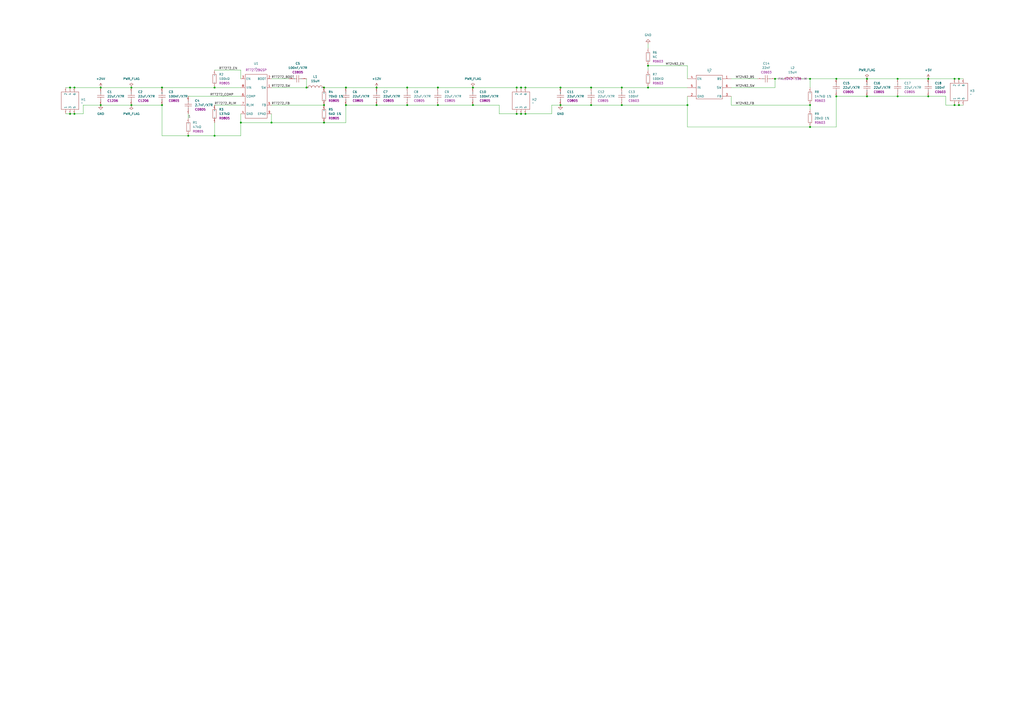
<source format=kicad_sch>
(kicad_sch
	(version 20231120)
	(generator "eeschema")
	(generator_version "8.0")
	(uuid "f1ba31a8-a171-4d38-b3e6-e980b09f8b0c")
	(paper "A2")
	(lib_symbols
		(symbol "jlc_library:C0603"
			(exclude_from_sim no)
			(in_bom yes)
			(on_board yes)
			(property "Reference" "C"
				(at 0 0 0)
				(effects
					(font
						(size 1.27 1.27)
					)
				)
			)
			(property "Value" "100nF"
				(at 0 0 0)
				(effects
					(font
						(size 1.27 1.27)
					)
				)
			)
			(property "Footprint" "jlc_library:C0603"
				(at 0 -5.08 0)
				(effects
					(font
						(size 1.27 1.27)
					)
					(hide yes)
				)
			)
			(property "Datasheet" ""
				(at 0 0 0)
				(effects
					(font
						(size 1.27 1.27)
					)
					(hide yes)
				)
			)
			(property "Description" ""
				(at 0 0 0)
				(effects
					(font
						(size 1.27 1.27)
					)
					(hide yes)
				)
			)
			(property "package" "C0603"
				(at 0 0 0)
				(effects
					(font
						(size 1.27 1.27)
					)
				)
			)
			(symbol "C0603_1_0"
				(polyline
					(pts
						(xy -2.032 0.508) (xy 2.032 0.508)
					)
					(stroke
						(width 0)
						(type default)
					)
					(fill
						(type none)
					)
				)
				(polyline
					(pts
						(xy 0 -2.54) (xy 0 -0.508)
					)
					(stroke
						(width 0)
						(type default)
					)
					(fill
						(type none)
					)
				)
				(polyline
					(pts
						(xy 0 0.508) (xy 0 2.54)
					)
					(stroke
						(width 0)
						(type default)
					)
					(fill
						(type none)
					)
				)
				(polyline
					(pts
						(xy 2.032 -0.508) (xy -2.032 -0.508)
					)
					(stroke
						(width 0)
						(type default)
					)
					(fill
						(type none)
					)
				)
				(pin passive line
					(at 0 5.08 270)
					(length 2.54)
					(name "1"
						(effects
							(font
								(size 0.0254 0.0254)
							)
						)
					)
					(number "1"
						(effects
							(font
								(size 0.0254 0.0254)
							)
						)
					)
				)
				(pin passive line
					(at 0 -5.08 90)
					(length 2.54)
					(name "2"
						(effects
							(font
								(size 0.0254 0.0254)
							)
						)
					)
					(number "2"
						(effects
							(font
								(size 0.0254 0.0254)
							)
						)
					)
				)
			)
		)
		(symbol "jlc_library:C0805"
			(exclude_from_sim no)
			(in_bom yes)
			(on_board yes)
			(property "Reference" "C"
				(at 0 0 0)
				(effects
					(font
						(size 1.27 1.27)
					)
				)
			)
			(property "Value" "10uF/X7R"
				(at 0 0 0)
				(effects
					(font
						(size 1.27 1.27)
					)
				)
			)
			(property "Footprint" "jlc_library:C0805"
				(at 0 0 0)
				(effects
					(font
						(size 1.27 1.27)
					)
					(hide yes)
				)
			)
			(property "Datasheet" ""
				(at 0 0 0)
				(effects
					(font
						(size 1.27 1.27)
					)
					(hide yes)
				)
			)
			(property "Description" ""
				(at 0 0 0)
				(effects
					(font
						(size 1.27 1.27)
					)
					(hide yes)
				)
			)
			(property "package" "C0805"
				(at 0 0 0)
				(effects
					(font
						(size 1.27 1.27)
					)
				)
			)
			(symbol "C0805_1_0"
				(polyline
					(pts
						(xy -2.032 0.508) (xy 2.032 0.508)
					)
					(stroke
						(width 0)
						(type default)
					)
					(fill
						(type none)
					)
				)
				(polyline
					(pts
						(xy 0 -2.54) (xy 0 -0.508)
					)
					(stroke
						(width 0)
						(type default)
					)
					(fill
						(type none)
					)
				)
				(polyline
					(pts
						(xy 0 0.508) (xy 0 2.54)
					)
					(stroke
						(width 0)
						(type default)
					)
					(fill
						(type none)
					)
				)
				(polyline
					(pts
						(xy 2.032 -0.508) (xy -2.032 -0.508)
					)
					(stroke
						(width 0)
						(type default)
					)
					(fill
						(type none)
					)
				)
				(pin passive line
					(at 0 5.08 270)
					(length 2.54)
					(name "1"
						(effects
							(font
								(size 0.0254 0.0254)
							)
						)
					)
					(number "1"
						(effects
							(font
								(size 0.0254 0.0254)
							)
						)
					)
				)
				(pin passive line
					(at 0 -5.08 90)
					(length 2.54)
					(name "2"
						(effects
							(font
								(size 0.0254 0.0254)
							)
						)
					)
					(number "2"
						(effects
							(font
								(size 0.0254 0.0254)
							)
						)
					)
				)
			)
		)
		(symbol "jlc_library:C1206"
			(exclude_from_sim no)
			(in_bom yes)
			(on_board yes)
			(property "Reference" "C"
				(at 0 0 0)
				(effects
					(font
						(size 1.27 1.27)
					)
				)
			)
			(property "Value" "10uF/X7R"
				(at 0 0 0)
				(effects
					(font
						(size 1.27 1.27)
					)
				)
			)
			(property "Footprint" "jlc_library:C1206"
				(at 0 0 0)
				(effects
					(font
						(size 1.27 1.27)
					)
					(hide yes)
				)
			)
			(property "Datasheet" ""
				(at 0 0 0)
				(effects
					(font
						(size 1.27 1.27)
					)
					(hide yes)
				)
			)
			(property "Description" ""
				(at 0 0 0)
				(effects
					(font
						(size 1.27 1.27)
					)
					(hide yes)
				)
			)
			(property "package" "C1206"
				(at 0 0 0)
				(effects
					(font
						(size 1.27 1.27)
					)
				)
			)
			(symbol "C1206_1_0"
				(polyline
					(pts
						(xy -2.032 0.508) (xy 2.032 0.508)
					)
					(stroke
						(width 0)
						(type default)
					)
					(fill
						(type none)
					)
				)
				(polyline
					(pts
						(xy 0 -2.54) (xy 0 -0.508)
					)
					(stroke
						(width 0)
						(type default)
					)
					(fill
						(type none)
					)
				)
				(polyline
					(pts
						(xy 0 0.508) (xy 0 2.54)
					)
					(stroke
						(width 0)
						(type default)
					)
					(fill
						(type none)
					)
				)
				(polyline
					(pts
						(xy 2.032 -0.508) (xy -2.032 -0.508)
					)
					(stroke
						(width 0)
						(type default)
					)
					(fill
						(type none)
					)
				)
				(pin passive line
					(at 0 5.08 270)
					(length 2.54)
					(name "1"
						(effects
							(font
								(size 0.0254 0.0254)
							)
						)
					)
					(number "1"
						(effects
							(font
								(size 0.0254 0.0254)
							)
						)
					)
				)
				(pin passive line
					(at 0 -5.08 90)
					(length 2.54)
					(name "2"
						(effects
							(font
								(size 0.0254 0.0254)
							)
						)
					)
					(number "2"
						(effects
							(font
								(size 0.0254 0.0254)
							)
						)
					)
				)
			)
		)
		(symbol "jlc_library:FXL1040-150-M"
			(exclude_from_sim no)
			(in_bom yes)
			(on_board yes)
			(property "Reference" "L"
				(at 0 0 0)
				(effects
					(font
						(size 1.27 1.27)
					)
				)
			)
			(property "Value" "15uH"
				(at 0 0 0)
				(effects
					(font
						(size 1.27 1.27)
					)
				)
			)
			(property "Footprint" "jlc_library:IND-SMD_L11.5-W10.0_FXL1040"
				(at 0 0 0)
				(effects
					(font
						(size 1.27 1.27)
					)
					(hide yes)
				)
			)
			(property "Datasheet" "https://atta.szlcsc.com/upload/public/pdf/source/20230516/54757DC4DB76FADFA619F78143C06647.pdf"
				(at 0 0 0)
				(effects
					(font
						(size 1.27 1.27)
					)
					(hide yes)
				)
			)
			(property "Description" "电感值:15uH;精度:±20%;额定电流:6.5A;饱和电流(Isat):7A;类型:一体成型电感;"
				(at 0 0 0)
				(effects
					(font
						(size 1.27 1.27)
					)
					(hide yes)
				)
			)
			(property "Manufacturer Part" "FXL1040-150-M"
				(at 0 0 0)
				(effects
					(font
						(size 1.27 1.27)
					)
				)
			)
			(property "Manufacturer" "cjiang(长江微电)"
				(at 0 0 0)
				(effects
					(font
						(size 1.27 1.27)
					)
					(hide yes)
				)
			)
			(property "Supplier Part" "C475916"
				(at 0 0 0)
				(effects
					(font
						(size 1.27 1.27)
					)
					(hide yes)
				)
			)
			(property "Supplier" "LCSC"
				(at 0 0 0)
				(effects
					(font
						(size 1.27 1.27)
					)
					(hide yes)
				)
			)
			(property "LCSC Part Name" "15uH ±20% 7A"
				(at 0 0 0)
				(effects
					(font
						(size 1.27 1.27)
					)
					(hide yes)
				)
			)
			(symbol "FXL1040-150-M_1_0"
				(arc
					(start -2.032 0)
					(mid -3.048 1.0163)
					(end -4.064 0)
					(stroke
						(width 0)
						(type default)
					)
					(fill
						(type none)
					)
				)
				(arc
					(start 0 0)
					(mid -1.016 1.0163)
					(end -2.032 0)
					(stroke
						(width 0)
						(type default)
					)
					(fill
						(type none)
					)
				)
				(arc
					(start 2.032 0)
					(mid 1.016 1.016)
					(end 0 0)
					(stroke
						(width 0)
						(type default)
					)
					(fill
						(type none)
					)
				)
				(arc
					(start 4.064 0)
					(mid 3.048 1.016)
					(end 2.032 0)
					(stroke
						(width 0)
						(type default)
					)
					(fill
						(type none)
					)
				)
				(pin passive line
					(at -5.08 0 0)
					(length 1.016)
					(name "1"
						(effects
							(font
								(size 0.0254 0.0254)
							)
						)
					)
					(number "1"
						(effects
							(font
								(size 0.0254 0.0254)
							)
						)
					)
				)
				(pin passive line
					(at 5.08 0 180)
					(length 1.016)
					(name "2"
						(effects
							(font
								(size 0.0254 0.0254)
							)
						)
					)
					(number "2"
						(effects
							(font
								(size 0.0254 0.0254)
							)
						)
					)
				)
			)
		)
		(symbol "jlc_library:GND"
			(power)
			(pin_numbers hide)
			(pin_names
				(offset 0) hide)
			(exclude_from_sim no)
			(in_bom yes)
			(on_board yes)
			(property "Reference" "#PWR"
				(at 0 -6.35 0)
				(effects
					(font
						(size 1.27 1.27)
					)
					(hide yes)
				)
			)
			(property "Value" "GND"
				(at 0 -3.81 0)
				(effects
					(font
						(size 1.27 1.27)
					)
				)
			)
			(property "Footprint" ""
				(at 0 0 0)
				(effects
					(font
						(size 1.27 1.27)
					)
					(hide yes)
				)
			)
			(property "Datasheet" ""
				(at 0 0 0)
				(effects
					(font
						(size 1.27 1.27)
					)
					(hide yes)
				)
			)
			(property "Description" "Power symbol creates a global label with name \"GND\" , ground"
				(at 0 0 0)
				(effects
					(font
						(size 1.27 1.27)
					)
					(hide yes)
				)
			)
			(property "ki_keywords" "global power"
				(at 0 0 0)
				(effects
					(font
						(size 1.27 1.27)
					)
					(hide yes)
				)
			)
			(symbol "GND_0_1"
				(polyline
					(pts
						(xy 0 0) (xy 0 -1.27) (xy 1.27 -1.27) (xy 0 -2.54) (xy -1.27 -1.27) (xy 0 -1.27)
					)
					(stroke
						(width 0)
						(type default)
					)
					(fill
						(type none)
					)
				)
			)
			(symbol "GND_1_1"
				(pin power_in line
					(at 0 0 270)
					(length 0)
					(name "~"
						(effects
							(font
								(size 1.27 1.27)
							)
						)
					)
					(number "1"
						(effects
							(font
								(size 1.27 1.27)
							)
						)
					)
				)
			)
		)
		(symbol "jlc_library:HDR-F-2.54_2x3"
			(exclude_from_sim no)
			(in_bom yes)
			(on_board yes)
			(property "Reference" "H"
				(at 0 0 0)
				(effects
					(font
						(size 1.27 1.27)
					)
				)
			)
			(property "Value" ""
				(at 0 0 0)
				(effects
					(font
						(size 1.27 1.27)
					)
				)
			)
			(property "Footprint" "jlc_library:HDR-TH_6P-P2.54-V-F-R2-C3-S2.54"
				(at 0 0 0)
				(effects
					(font
						(size 1.27 1.27)
					)
					(hide yes)
				)
			)
			(property "Datasheet" ""
				(at 0 0 0)
				(effects
					(font
						(size 1.27 1.27)
					)
					(hide yes)
				)
			)
			(property "Description" ""
				(at 0 0 0)
				(effects
					(font
						(size 1.27 1.27)
					)
					(hide yes)
				)
			)
			(property "Supplier Part" "C92272"
				(at 0 0 0)
				(effects
					(font
						(size 1.27 1.27)
					)
					(hide yes)
				)
			)
			(symbol "HDR-F-2.54_2x3_1_0"
				(rectangle
					(start -5.08 5.08)
					(end 5.08 -5.08)
					(stroke
						(width 0)
						(type default)
					)
					(fill
						(type none)
					)
				)
				(pin passive line
					(at -7.62 2.54 0)
					(length 2.54)
					(name "1"
						(effects
							(font
								(size 1.27 1.27)
							)
						)
					)
					(number "1"
						(effects
							(font
								(size 0.0254 0.0254)
							)
						)
					)
				)
				(pin passive line
					(at 7.62 2.54 180)
					(length 2.54)
					(name "2"
						(effects
							(font
								(size 1.27 1.27)
							)
						)
					)
					(number "2"
						(effects
							(font
								(size 0.0254 0.0254)
							)
						)
					)
				)
				(pin passive line
					(at -7.62 0 0)
					(length 2.54)
					(name "3"
						(effects
							(font
								(size 1.27 1.27)
							)
						)
					)
					(number "3"
						(effects
							(font
								(size 0.0254 0.0254)
							)
						)
					)
				)
				(pin passive line
					(at 7.62 0 180)
					(length 2.54)
					(name "4"
						(effects
							(font
								(size 1.27 1.27)
							)
						)
					)
					(number "4"
						(effects
							(font
								(size 0.0254 0.0254)
							)
						)
					)
				)
				(pin passive line
					(at -7.62 -2.54 0)
					(length 2.54)
					(name "5"
						(effects
							(font
								(size 1.27 1.27)
							)
						)
					)
					(number "5"
						(effects
							(font
								(size 0.0254 0.0254)
							)
						)
					)
				)
				(pin passive line
					(at 7.62 -2.54 180)
					(length 2.54)
					(name "6"
						(effects
							(font
								(size 1.27 1.27)
							)
						)
					)
					(number "6"
						(effects
							(font
								(size 0.0254 0.0254)
							)
						)
					)
				)
			)
		)
		(symbol "jlc_library:MT2492_Fun"
			(exclude_from_sim no)
			(in_bom yes)
			(on_board yes)
			(property "Reference" "U"
				(at 0 0 0)
				(effects
					(font
						(size 1.27 1.27)
					)
				)
			)
			(property "Value" "MT2492"
				(at 0 0 0)
				(effects
					(font
						(size 1.27 1.27)
					)
				)
			)
			(property "Footprint" "jlc_library:SOT-23-6_L2.9-W1.6-P0.95-LS2.8-BL"
				(at 0 0 0)
				(effects
					(font
						(size 1.27 1.27)
					)
					(hide yes)
				)
			)
			(property "Datasheet" "https://atta.szlcsc.com/upload/public/pdf/source/20221209/5C81DA9662873D3A116170FFBF63E49D.pdf"
				(at 0 0 0)
				(effects
					(font
						(size 1.27 1.27)
					)
					(hide yes)
				)
			)
			(property "Description" "功能类型:降压型;输入电压:-;输出电流(最大值):-;"
				(at 0 0 0)
				(effects
					(font
						(size 1.27 1.27)
					)
					(hide yes)
				)
			)
			(property "Manufacturer Part" "MT2492"
				(at 0 0 0)
				(effects
					(font
						(size 1.27 1.27)
					)
					(hide yes)
				)
			)
			(property "Manufacturer" "西安航天民芯"
				(at 0 0 0)
				(effects
					(font
						(size 1.27 1.27)
					)
					(hide yes)
				)
			)
			(property "Supplier Part" "C89358"
				(at 0 0 0)
				(effects
					(font
						(size 1.27 1.27)
					)
					(hide yes)
				)
			)
			(property "Supplier" "LCSC"
				(at 0 0 0)
				(effects
					(font
						(size 1.27 1.27)
					)
					(hide yes)
				)
			)
			(property "LCSC Part Name" "MT2492"
				(at -0.254 -7.874 0)
				(effects
					(font
						(size 1.27 1.27)
					)
					(hide yes)
				)
			)
			(symbol "MT2492_Fun_1_0"
				(rectangle
					(start -7.62 7.112)
					(end 7.62 -6.604)
					(stroke
						(width 0)
						(type default)
					)
					(fill
						(type none)
					)
				)
				(pin passive line
					(at 12.7 5.08 180)
					(length 5.08)
					(name "BS"
						(effects
							(font
								(size 1.27 1.27)
							)
						)
					)
					(number "1"
						(effects
							(font
								(size 1.27 1.27)
							)
						)
					)
				)
				(pin passive line
					(at -12.7 -5.08 0)
					(length 5.08)
					(name "GND"
						(effects
							(font
								(size 1.27 1.27)
							)
						)
					)
					(number "2"
						(effects
							(font
								(size 1.27 1.27)
							)
						)
					)
				)
				(pin passive line
					(at 12.7 -5.08 180)
					(length 5.08)
					(name "FB"
						(effects
							(font
								(size 1.27 1.27)
							)
						)
					)
					(number "3"
						(effects
							(font
								(size 1.27 1.27)
							)
						)
					)
				)
				(pin passive line
					(at -12.7 5.08 0)
					(length 5.08)
					(name "EN"
						(effects
							(font
								(size 1.27 1.27)
							)
						)
					)
					(number "4"
						(effects
							(font
								(size 1.27 1.27)
							)
						)
					)
				)
				(pin passive line
					(at -12.7 0 0)
					(length 5.08)
					(name "IN"
						(effects
							(font
								(size 1.27 1.27)
							)
						)
					)
					(number "5"
						(effects
							(font
								(size 1.27 1.27)
							)
						)
					)
				)
				(pin passive line
					(at 12.7 0 180)
					(length 5.08)
					(name "SW"
						(effects
							(font
								(size 1.27 1.27)
							)
						)
					)
					(number "6"
						(effects
							(font
								(size 1.27 1.27)
							)
						)
					)
				)
			)
		)
		(symbol "jlc_library:PWR_FLAG"
			(power)
			(pin_numbers hide)
			(pin_names
				(offset 0) hide)
			(exclude_from_sim no)
			(in_bom yes)
			(on_board yes)
			(property "Reference" "#FLG"
				(at 0 1.905 0)
				(effects
					(font
						(size 1.27 1.27)
					)
					(hide yes)
				)
			)
			(property "Value" "PWR_FLAG"
				(at 0 5.08 0)
				(effects
					(font
						(size 1.27 1.27)
					)
				)
			)
			(property "Footprint" ""
				(at 0 0 0)
				(effects
					(font
						(size 1.27 1.27)
					)
					(hide yes)
				)
			)
			(property "Datasheet" "~"
				(at 0 0 0)
				(effects
					(font
						(size 1.27 1.27)
					)
					(hide yes)
				)
			)
			(property "Description" "Special symbol for telling ERC where power comes from"
				(at 0 0 0)
				(effects
					(font
						(size 1.27 1.27)
					)
					(hide yes)
				)
			)
			(property "ki_keywords" "flag power"
				(at 0 0 0)
				(effects
					(font
						(size 1.27 1.27)
					)
					(hide yes)
				)
			)
			(symbol "PWR_FLAG_0_0"
				(pin power_out line
					(at 0 0 90)
					(length 0)
					(name "~"
						(effects
							(font
								(size 1.27 1.27)
							)
						)
					)
					(number "1"
						(effects
							(font
								(size 1.27 1.27)
							)
						)
					)
				)
			)
			(symbol "PWR_FLAG_0_1"
				(polyline
					(pts
						(xy 0 0) (xy 0 1.27) (xy -1.016 1.905) (xy 0 2.54) (xy 1.016 1.905) (xy 0 1.27)
					)
					(stroke
						(width 0)
						(type default)
					)
					(fill
						(type none)
					)
				)
			)
		)
		(symbol "jlc_library:R0603"
			(exclude_from_sim no)
			(in_bom yes)
			(on_board yes)
			(property "Reference" "R"
				(at 0 0 0)
				(effects
					(font
						(size 1.27 1.27)
					)
				)
			)
			(property "Value" "10KΩ"
				(at 0 0 0)
				(effects
					(font
						(size 1.27 1.27)
					)
				)
			)
			(property "Footprint" "jlc_library:R0603"
				(at 0 0 0)
				(effects
					(font
						(size 1.27 1.27)
					)
					(hide yes)
				)
			)
			(property "Datasheet" ""
				(at 0 0 0)
				(effects
					(font
						(size 1.27 1.27)
					)
					(hide yes)
				)
			)
			(property "Description" ""
				(at 0 0 0)
				(effects
					(font
						(size 1.27 1.27)
					)
					(hide yes)
				)
			)
			(property "package" "R0603"
				(at 0 0 0)
				(effects
					(font
						(size 1.27 1.27)
					)
				)
			)
			(symbol "R0603_1_0"
				(rectangle
					(start -1.016 -2.54)
					(end 1.016 2.54)
					(stroke
						(width 0)
						(type default)
					)
					(fill
						(type none)
					)
				)
				(pin passive line
					(at 0 -5.08 90)
					(length 2.54)
					(name "1"
						(effects
							(font
								(size 0.0254 0.0254)
							)
						)
					)
					(number "1"
						(effects
							(font
								(size 0.0254 0.0254)
							)
						)
					)
				)
				(pin passive line
					(at 0 5.08 270)
					(length 2.54)
					(name "2"
						(effects
							(font
								(size 0.0254 0.0254)
							)
						)
					)
					(number "2"
						(effects
							(font
								(size 0.0254 0.0254)
							)
						)
					)
				)
			)
		)
		(symbol "jlc_library:R0805"
			(exclude_from_sim no)
			(in_bom yes)
			(on_board yes)
			(property "Reference" "R"
				(at 0 0 0)
				(effects
					(font
						(size 1.27 1.27)
					)
				)
			)
			(property "Value" "10KΩ"
				(at 0 0 0)
				(effects
					(font
						(size 1.27 1.27)
					)
				)
			)
			(property "Footprint" "jlc_library:R0805"
				(at 0 0 0)
				(effects
					(font
						(size 1.27 1.27)
					)
					(hide yes)
				)
			)
			(property "Datasheet" ""
				(at 0 0 0)
				(effects
					(font
						(size 1.27 1.27)
					)
					(hide yes)
				)
			)
			(property "Description" ""
				(at 0 0 0)
				(effects
					(font
						(size 1.27 1.27)
					)
					(hide yes)
				)
			)
			(property "package" "R0805"
				(at 0 0 0)
				(effects
					(font
						(size 1.27 1.27)
					)
				)
			)
			(symbol "R0805_1_0"
				(rectangle
					(start -1.016 -2.54)
					(end 1.016 2.54)
					(stroke
						(width 0)
						(type default)
					)
					(fill
						(type none)
					)
				)
				(pin passive line
					(at 0 -5.08 90)
					(length 2.54)
					(name "1"
						(effects
							(font
								(size 0.0254 0.0254)
							)
						)
					)
					(number "1"
						(effects
							(font
								(size 0.0254 0.0254)
							)
						)
					)
				)
				(pin passive line
					(at 0 5.08 270)
					(length 2.54)
					(name "2"
						(effects
							(font
								(size 0.0254 0.0254)
							)
						)
					)
					(number "2"
						(effects
							(font
								(size 0.0254 0.0254)
							)
						)
					)
				)
			)
		)
		(symbol "jlc_library:RT7272_Function"
			(exclude_from_sim no)
			(in_bom yes)
			(on_board yes)
			(property "Reference" "U"
				(at 0 0 0)
				(effects
					(font
						(size 1.27 1.27)
					)
				)
			)
			(property "Value" ""
				(at 0 -5.08 0)
				(effects
					(font
						(size 1.27 1.27)
					)
				)
			)
			(property "Footprint" "jlc_library:SOIC-8_L5.0-W4.0-P1.27-LS6.0-BL-EP2.0"
				(at 0 0 0)
				(effects
					(font
						(size 1.27 1.27)
					)
					(hide yes)
				)
			)
			(property "Datasheet" "https://atta.szlcsc.com/upload/public/pdf/source/20180403/C127866_C96022CD8724BC3A1F23EF273B4658E0.pdf"
				(at 0 0 0)
				(effects
					(font
						(size 1.27 1.27)
					)
					(hide yes)
				)
			)
			(property "Description" "功能类型:降压型;输出类型:可调;输入电压:4.5V~36V;输出电压:800mV~30V;输出电流(最大值):3A;"
				(at 0 0 0)
				(effects
					(font
						(size 1.27 1.27)
					)
					(hide yes)
				)
			)
			(property "Manufacturer Part" "RT7272BGSP"
				(at 0 -5.08 0)
				(effects
					(font
						(size 1.27 1.27)
					)
					(hide yes)
				)
			)
			(property "Manufacturer" "RICHTEK(立锜)"
				(at 0 -5.08 0)
				(effects
					(font
						(size 1.27 1.27)
					)
					(hide yes)
				)
			)
			(property "Supplier Part" "C127866"
				(at 0 -5.08 0)
				(effects
					(font
						(size 1.27 1.27)
					)
					(hide yes)
				)
			)
			(property "Supplier" "LCSC"
				(at 0 -5.08 0)
				(effects
					(font
						(size 1.27 1.27)
					)
					(hide yes)
				)
			)
			(property "LCSC Part Name" "RT7272BGSP"
				(at 0 -5.08 0)
				(effects
					(font
						(size 1.27 1.27)
					)
					(hide yes)
				)
			)
			(symbol "RT7272_Function_1_0"
				(rectangle
					(start -7.62 12.7)
					(end 5.08 -12.7)
					(stroke
						(width 0)
						(type default)
					)
					(fill
						(type none)
					)
				)
				(pin passive line
					(at 7.62 5.08 180)
					(length 2.54)
					(name "SW"
						(effects
							(font
								(size 1.27 1.27)
							)
						)
					)
					(number "1"
						(effects
							(font
								(size 1.27 1.27)
							)
						)
					)
				)
				(pin passive line
					(at 7.62 10.16 180)
					(length 2.54)
					(name "BOOT"
						(effects
							(font
								(size 1.27 1.27)
							)
						)
					)
					(number "2"
						(effects
							(font
								(size 1.27 1.27)
							)
						)
					)
				)
				(pin passive line
					(at -10.16 10.16 0)
					(length 2.54)
					(name "EN"
						(effects
							(font
								(size 1.27 1.27)
							)
						)
					)
					(number "3"
						(effects
							(font
								(size 1.27 1.27)
							)
						)
					)
				)
				(pin passive line
					(at -10.16 -10.16 0)
					(length 2.54)
					(name "GND"
						(effects
							(font
								(size 1.27 1.27)
							)
						)
					)
					(number "4"
						(effects
							(font
								(size 1.27 1.27)
							)
						)
					)
				)
				(pin passive line
					(at 7.62 -5.08 180)
					(length 2.54)
					(name "FB"
						(effects
							(font
								(size 1.27 1.27)
							)
						)
					)
					(number "5"
						(effects
							(font
								(size 1.27 1.27)
							)
						)
					)
				)
				(pin passive line
					(at -10.16 0 0)
					(length 2.54)
					(name "COMP"
						(effects
							(font
								(size 1.27 1.27)
							)
						)
					)
					(number "6"
						(effects
							(font
								(size 1.27 1.27)
							)
						)
					)
				)
				(pin passive line
					(at -10.16 -5.08 0)
					(length 2.54)
					(name "RLIM"
						(effects
							(font
								(size 1.27 1.27)
							)
						)
					)
					(number "7"
						(effects
							(font
								(size 1.27 1.27)
							)
						)
					)
				)
				(pin passive line
					(at -10.16 5.08 0)
					(length 2.54)
					(name "VIN"
						(effects
							(font
								(size 1.27 1.27)
							)
						)
					)
					(number "8"
						(effects
							(font
								(size 1.27 1.27)
							)
						)
					)
				)
				(pin passive line
					(at 7.62 -10.16 180)
					(length 2.54)
					(name "EPAD"
						(effects
							(font
								(size 1.27 1.27)
							)
						)
					)
					(number "9"
						(effects
							(font
								(size 1.27 1.27)
							)
						)
					)
				)
			)
		)
		(symbol "jlc_library:SLO1040H150MTT"
			(exclude_from_sim no)
			(in_bom yes)
			(on_board yes)
			(property "Reference" "L"
				(at 0 0 0)
				(effects
					(font
						(size 1.27 1.27)
					)
				)
			)
			(property "Value" "15uH"
				(at 0 0 0)
				(effects
					(font
						(size 1.27 1.27)
					)
					(hide yes)
				)
			)
			(property "Footprint" "jlc_library:IND-SMD_L10.8-W10.0_SLO1040H"
				(at 0 0 0)
				(effects
					(font
						(size 1.27 1.27)
					)
					(hide yes)
				)
			)
			(property "Datasheet" "https://atta.szlcsc.com/upload/public/pdf/source/20201009/C207854_ACA4210DD273ACBB198904FC5A3A8806.pdf"
				(at 0 0 0)
				(effects
					(font
						(size 1.27 1.27)
					)
					(hide yes)
				)
			)
			(property "Description" "电感值:15uH;精度:±20%;额定电流:4.5A;"
				(at 0 0 0)
				(effects
					(font
						(size 1.27 1.27)
					)
					(hide yes)
				)
			)
			(property "Manufacturer Part" "SLO1040H150MTT"
				(at 0 0 0)
				(effects
					(font
						(size 1.27 1.27)
					)
					(hide yes)
				)
			)
			(property "Manufacturer" "Sunltech(韩国顺磁)"
				(at 0 0 0)
				(effects
					(font
						(size 1.27 1.27)
					)
					(hide yes)
				)
			)
			(property "Supplier Part" "C182184"
				(at 0 0 0)
				(effects
					(font
						(size 1.27 1.27)
					)
					(hide yes)
				)
			)
			(property "Supplier" "LCSC"
				(at 0 0 0)
				(effects
					(font
						(size 1.27 1.27)
					)
					(hide yes)
				)
			)
			(property "LCSC Part Name" "15uH ±20%"
				(at 0 0 0)
				(effects
					(font
						(size 1.27 1.27)
					)
					(hide yes)
				)
			)
			(symbol "SLO1040H150MTT_1_0"
				(polyline
					(pts
						(xy -4.2672 0) (xy -4.2164 0.4064) (xy -4.2164 0.4064) (xy -4.0132 0.762) (xy -4.0132 0.762) (xy -3.6576 1.016)
						(xy -3.6576 1.016) (xy -3.2512 1.0922) (xy -3.2512 1.0922) (xy -2.8702 1.016) (xy -2.8702 1.016)
						(xy -2.5146 0.762) (xy -2.5146 0.762) (xy -2.3114 0.4064) (xy -2.3114 0.4064) (xy -2.2606 0)
					)
					(stroke
						(width 0)
						(type default)
					)
					(fill
						(type none)
					)
				)
				(polyline
					(pts
						(xy -2.1082 0) (xy -2.0828 0.4064) (xy -2.0828 0.4064) (xy -1.8542 0.762) (xy -1.8542 0.762) (xy -1.4986 1.016)
						(xy -1.4986 1.016) (xy -1.1176 1.0922) (xy -1.1176 1.0922) (xy -0.7112 1.016) (xy -0.7112 1.016)
						(xy -0.3556 0.762) (xy -0.3556 0.762) (xy -0.1524 0.4064) (xy -0.1524 0.4064) (xy -0.1016 0)
					)
					(stroke
						(width 0)
						(type default)
					)
					(fill
						(type none)
					)
				)
				(polyline
					(pts
						(xy 0 0) (xy 0.0508 0.4064) (xy 0.0508 0.4064) (xy 0.2794 0.762) (xy 0.2794 0.762) (xy 0.6096 1.016)
						(xy 0.6096 1.016) (xy 1.016 1.0922) (xy 1.016 1.0922) (xy 1.4224 1.016) (xy 1.4224 1.016) (xy 1.7526 0.762)
						(xy 1.7526 0.762) (xy 1.9812 0.4064) (xy 1.9812 0.4064) (xy 2.032 0)
					)
					(stroke
						(width 0)
						(type default)
					)
					(fill
						(type none)
					)
				)
				(polyline
					(pts
						(xy 2.2098 0) (xy 2.2352 0.4064) (xy 2.2352 0.4064) (xy 2.4638 0.762) (xy 2.4638 0.762) (xy 2.8194 1.016)
						(xy 2.8194 1.016) (xy 3.2004 1.0922) (xy 3.2004 1.0922) (xy 3.6068 1.016) (xy 3.6068 1.016) (xy 3.9624 0.762)
						(xy 3.9624 0.762) (xy 4.1656 0.4064) (xy 4.1656 0.4064) (xy 4.2164 0)
					)
					(stroke
						(width 0)
						(type default)
					)
					(fill
						(type none)
					)
				)
				(pin passive line
					(at -5.08 0 0)
					(length 0.762)
					(name "1"
						(effects
							(font
								(size 0.0254 0.0254)
							)
						)
					)
					(number "1"
						(effects
							(font
								(size 0.0254 0.0254)
							)
						)
					)
				)
				(pin passive line
					(at 5.08 0 180)
					(length 0.762)
					(name "2"
						(effects
							(font
								(size 0.0254 0.0254)
							)
						)
					)
					(number "2"
						(effects
							(font
								(size 0.0254 0.0254)
							)
						)
					)
				)
			)
		)
		(symbol "jlc_library:VCC"
			(power)
			(pin_numbers hide)
			(pin_names
				(offset 0) hide)
			(exclude_from_sim no)
			(in_bom yes)
			(on_board yes)
			(property "Reference" "#PWR"
				(at 0 -3.81 0)
				(effects
					(font
						(size 1.27 1.27)
					)
					(hide yes)
				)
			)
			(property "Value" "VCC"
				(at 0 3.556 0)
				(effects
					(font
						(size 1.27 1.27)
					)
				)
			)
			(property "Footprint" ""
				(at 0 0 0)
				(effects
					(font
						(size 1.27 1.27)
					)
					(hide yes)
				)
			)
			(property "Datasheet" ""
				(at 0 0 0)
				(effects
					(font
						(size 1.27 1.27)
					)
					(hide yes)
				)
			)
			(property "Description" "Power symbol creates a global label with name \"+3.3V\""
				(at 0 0 0)
				(effects
					(font
						(size 1.27 1.27)
					)
					(hide yes)
				)
			)
			(property "ki_keywords" "global power"
				(at 0 0 0)
				(effects
					(font
						(size 1.27 1.27)
					)
					(hide yes)
				)
			)
			(symbol "VCC_0_1"
				(polyline
					(pts
						(xy -0.762 1.27) (xy 0 2.54)
					)
					(stroke
						(width 0)
						(type default)
					)
					(fill
						(type none)
					)
				)
				(polyline
					(pts
						(xy 0 0) (xy 0 2.54)
					)
					(stroke
						(width 0)
						(type default)
					)
					(fill
						(type none)
					)
				)
				(polyline
					(pts
						(xy 0 2.54) (xy 0.762 1.27)
					)
					(stroke
						(width 0)
						(type default)
					)
					(fill
						(type none)
					)
				)
			)
			(symbol "VCC_1_1"
				(pin power_in line
					(at 0 0 90)
					(length 0)
					(name "~"
						(effects
							(font
								(size 1.27 1.27)
							)
						)
					)
					(number "1"
						(effects
							(font
								(size 1.27 1.27)
							)
						)
					)
				)
			)
		)
	)
	(junction
		(at 485.14 45.72)
		(diameter 0)
		(color 0 0 0 0)
		(uuid "0dd30981-13a4-4bdd-80bd-489d6167e23a")
	)
	(junction
		(at 274.32 50.8)
		(diameter 0)
		(color 0 0 0 0)
		(uuid "1131682c-873c-4f07-b95c-0fc94cd369ab")
	)
	(junction
		(at 502.92 45.72)
		(diameter 0)
		(color 0 0 0 0)
		(uuid "156e9e62-6bc8-4139-8e55-74f3b73b8533")
	)
	(junction
		(at 469.9 45.72)
		(diameter 0)
		(color 0 0 0 0)
		(uuid "167e9270-1256-4656-aa30-b33e1a6f05b4")
	)
	(junction
		(at 274.32 60.96)
		(diameter 0)
		(color 0 0 0 0)
		(uuid "226f3e3d-e881-4ea4-943d-149b86844065")
	)
	(junction
		(at 449.58 45.72)
		(diameter 0)
		(color 0 0 0 0)
		(uuid "24480d67-cc00-4081-9d78-bbb4c693a9f4")
	)
	(junction
		(at 200.66 60.96)
		(diameter 0)
		(color 0 0 0 0)
		(uuid "2595220f-c01e-46d7-a5b4-bef6931cece7")
	)
	(junction
		(at 177.8 50.8)
		(diameter 0)
		(color 0 0 0 0)
		(uuid "259eb7f8-fd51-4f9d-a667-2e0dd9f475a9")
	)
	(junction
		(at 469.9 73.66)
		(diameter 0)
		(color 0 0 0 0)
		(uuid "28a8c350-775b-4739-803f-d5ef539b4779")
	)
	(junction
		(at 218.44 60.96)
		(diameter 0)
		(color 0 0 0 0)
		(uuid "2f5dfae7-24c6-48ac-8086-697a43cbbf58")
	)
	(junction
		(at 342.9 50.8)
		(diameter 0)
		(color 0 0 0 0)
		(uuid "3264c641-3154-4b6e-a05e-f1b4e97e21c2")
	)
	(junction
		(at 553.72 60.96)
		(diameter 0)
		(color 0 0 0 0)
		(uuid "34ec67d2-ee02-4a7e-ac87-993e59341cc4")
	)
	(junction
		(at 304.8 66.04)
		(diameter 0)
		(color 0 0 0 0)
		(uuid "41959fad-3add-4c1c-b79c-7bfff6f38252")
	)
	(junction
		(at 302.26 66.04)
		(diameter 0)
		(color 0 0 0 0)
		(uuid "432c6b15-d474-4b92-9fba-21da9018a8d0")
	)
	(junction
		(at 218.44 50.8)
		(diameter 0)
		(color 0 0 0 0)
		(uuid "437e8a14-e441-4db6-8fa8-1642f61352d0")
	)
	(junction
		(at 124.46 50.8)
		(diameter 0)
		(color 0 0 0 0)
		(uuid "47d65af0-051e-418c-a705-81f42ce7a767")
	)
	(junction
		(at 299.72 66.04)
		(diameter 0)
		(color 0 0 0 0)
		(uuid "4bfc991f-f323-4125-b9bc-041a413c3650")
	)
	(junction
		(at 299.72 50.8)
		(diameter 0)
		(color 0 0 0 0)
		(uuid "514dab1a-ff16-47b1-83a9-04bcf92d0601")
	)
	(junction
		(at 302.26 50.8)
		(diameter 0)
		(color 0 0 0 0)
		(uuid "58d20cab-908c-4ed7-b6af-cab0875a4fd7")
	)
	(junction
		(at 40.64 66.04)
		(diameter 0)
		(color 0 0 0 0)
		(uuid "5e06553b-dc42-4743-9189-2317a3784435")
	)
	(junction
		(at 375.92 50.8)
		(diameter 0)
		(color 0 0 0 0)
		(uuid "5edad46a-dd46-423c-8b6c-4bc29716dcfe")
	)
	(junction
		(at 556.26 60.96)
		(diameter 0)
		(color 0 0 0 0)
		(uuid "5f90387a-84b8-4594-8c31-2f360750d259")
	)
	(junction
		(at 485.14 55.88)
		(diameter 0)
		(color 0 0 0 0)
		(uuid "69596546-68a3-40ae-890a-5a9d583edf54")
	)
	(junction
		(at 187.96 71.12)
		(diameter 0)
		(color 0 0 0 0)
		(uuid "751aa29c-9149-4bc9-9158-9a06b817263d")
	)
	(junction
		(at 553.72 45.72)
		(diameter 0)
		(color 0 0 0 0)
		(uuid "7ac54267-0145-4a7f-b554-e2b5d04770a6")
	)
	(junction
		(at 200.66 50.8)
		(diameter 0)
		(color 0 0 0 0)
		(uuid "7b8b17ce-e6cb-44da-94fa-46360b1bd978")
	)
	(junction
		(at 469.9 60.96)
		(diameter 0)
		(color 0 0 0 0)
		(uuid "7d442846-0dc0-4543-a63f-548c776aca3a")
	)
	(junction
		(at 360.68 50.8)
		(diameter 0)
		(color 0 0 0 0)
		(uuid "7d9c56e2-6d40-4fa2-92bc-b3a78ea07981")
	)
	(junction
		(at 520.7 55.88)
		(diameter 0)
		(color 0 0 0 0)
		(uuid "85555b44-25d9-4f86-a1d0-1dc23795dd51")
	)
	(junction
		(at 76.2 50.8)
		(diameter 0)
		(color 0 0 0 0)
		(uuid "862dc309-e71c-4977-b0c9-8a517f835cb7")
	)
	(junction
		(at 124.46 78.74)
		(diameter 0)
		(color 0 0 0 0)
		(uuid "8e3335af-3ad1-4b58-8569-f2e89f8192ba")
	)
	(junction
		(at 325.12 60.96)
		(diameter 0)
		(color 0 0 0 0)
		(uuid "8e5dac6d-07af-4b7e-b271-279679124607")
	)
	(junction
		(at 375.92 38.1)
		(diameter 0)
		(color 0 0 0 0)
		(uuid "9114f62f-c821-40b1-8db9-c5ad2fd42cda")
	)
	(junction
		(at 236.22 50.8)
		(diameter 0)
		(color 0 0 0 0)
		(uuid "9203bee4-2812-40f4-a4f0-d05401fece1e")
	)
	(junction
		(at 342.9 60.96)
		(diameter 0)
		(color 0 0 0 0)
		(uuid "948cfb7a-c63d-4a1a-ab51-eda9b7b22fba")
	)
	(junction
		(at 538.48 55.88)
		(diameter 0)
		(color 0 0 0 0)
		(uuid "9aeb1ce2-2c46-46c0-ba6e-56a94e8a5331")
	)
	(junction
		(at 236.22 60.96)
		(diameter 0)
		(color 0 0 0 0)
		(uuid "a14e7f56-d502-4f95-998c-07b7756302f9")
	)
	(junction
		(at 538.48 45.72)
		(diameter 0)
		(color 0 0 0 0)
		(uuid "a3961b01-2efa-4290-a9c7-135685d8c9cf")
	)
	(junction
		(at 304.8 50.8)
		(diameter 0)
		(color 0 0 0 0)
		(uuid "a78ca41b-7346-414b-a34a-958059427be0")
	)
	(junction
		(at 109.22 78.74)
		(diameter 0)
		(color 0 0 0 0)
		(uuid "a78ffe81-a47c-4cf5-9570-f0651c9f87f0")
	)
	(junction
		(at 93.98 60.96)
		(diameter 0)
		(color 0 0 0 0)
		(uuid "b87f8763-879b-46b5-bec6-cdb98fb3653e")
	)
	(junction
		(at 40.64 50.8)
		(diameter 0)
		(color 0 0 0 0)
		(uuid "bc9add5c-d063-4613-809e-da5ebf80be31")
	)
	(junction
		(at 187.96 50.8)
		(diameter 0)
		(color 0 0 0 0)
		(uuid "c2430c56-84a1-457b-a6e5-47718cb3e454")
	)
	(junction
		(at 520.7 45.72)
		(diameter 0)
		(color 0 0 0 0)
		(uuid "c2f84951-bdce-4309-916b-d4857f1aab81")
	)
	(junction
		(at 43.18 66.04)
		(diameter 0)
		(color 0 0 0 0)
		(uuid "c4a2869c-c32e-4985-800f-bb7c554298f6")
	)
	(junction
		(at 58.42 50.8)
		(diameter 0)
		(color 0 0 0 0)
		(uuid "c8ef569b-2036-46c4-98e5-e384fd96b9c4")
	)
	(junction
		(at 139.7 71.12)
		(diameter 0)
		(color 0 0 0 0)
		(uuid "c8f03304-b96d-403a-9609-54bd9e2d6e7d")
	)
	(junction
		(at 157.48 71.12)
		(diameter 0)
		(color 0 0 0 0)
		(uuid "cd0f59e9-e47d-4758-92f4-607b2ada3ff1")
	)
	(junction
		(at 398.78 60.96)
		(diameter 0)
		(color 0 0 0 0)
		(uuid "dd146576-012d-4ce3-92bc-e785902df75c")
	)
	(junction
		(at 254 50.8)
		(diameter 0)
		(color 0 0 0 0)
		(uuid "e0e2416d-3d0b-43d4-ab2e-5f53d59673f1")
	)
	(junction
		(at 325.12 50.8)
		(diameter 0)
		(color 0 0 0 0)
		(uuid "e3371c4a-cc2c-44e4-8350-c52ea43d9a62")
	)
	(junction
		(at 43.18 50.8)
		(diameter 0)
		(color 0 0 0 0)
		(uuid "e92efc21-a4bc-454d-9cf3-083aa58d51e7")
	)
	(junction
		(at 93.98 50.8)
		(diameter 0)
		(color 0 0 0 0)
		(uuid "eb0e69c9-ae6d-4e40-aa2f-43afc8b81fb8")
	)
	(junction
		(at 58.42 60.96)
		(diameter 0)
		(color 0 0 0 0)
		(uuid "ed91bc10-227f-4900-b771-2ee77d1fd32b")
	)
	(junction
		(at 187.96 60.96)
		(diameter 0)
		(color 0 0 0 0)
		(uuid "ee1c10b3-42e7-44fb-b9ef-3c8a3116d89e")
	)
	(junction
		(at 556.26 45.72)
		(diameter 0)
		(color 0 0 0 0)
		(uuid "f2073045-ff3e-431d-a48a-024422cc346a")
	)
	(junction
		(at 360.68 60.96)
		(diameter 0)
		(color 0 0 0 0)
		(uuid "f6df8712-7b7b-4e13-b15f-5d2e3fbb445a")
	)
	(junction
		(at 502.92 55.88)
		(diameter 0)
		(color 0 0 0 0)
		(uuid "f7ba33ee-2fea-48b9-aae6-72145e33f4e4")
	)
	(junction
		(at 76.2 60.96)
		(diameter 0)
		(color 0 0 0 0)
		(uuid "f826c086-37aa-45f3-b5bf-bdf075fbb6d7")
	)
	(junction
		(at 254 60.96)
		(diameter 0)
		(color 0 0 0 0)
		(uuid "fd75e0fb-ff39-4be1-839f-2df8fc69b3c1")
	)
	(wire
		(pts
			(xy 177.8 45.72) (xy 177.8 50.8)
		)
		(stroke
			(width 0)
			(type default)
		)
		(uuid "00eb098c-6533-4b23-8a48-db160a66e346")
	)
	(wire
		(pts
			(xy 200.66 71.12) (xy 200.66 60.96)
		)
		(stroke
			(width 0)
			(type default)
		)
		(uuid "02674adb-9994-42a6-aa9d-054cc0244555")
	)
	(wire
		(pts
			(xy 124.46 71.12) (xy 124.46 78.74)
		)
		(stroke
			(width 0)
			(type default)
		)
		(uuid "0288d3c9-f3f0-44fa-833f-2f521fd5952b")
	)
	(wire
		(pts
			(xy 157.48 71.12) (xy 187.96 71.12)
		)
		(stroke
			(width 0)
			(type default)
		)
		(uuid "04b9ed98-199e-498c-8766-82fb0542e279")
	)
	(wire
		(pts
			(xy 398.78 55.88) (xy 398.78 60.96)
		)
		(stroke
			(width 0)
			(type default)
		)
		(uuid "08a03b4e-1b79-4412-b352-854fefc237f0")
	)
	(wire
		(pts
			(xy 200.66 50.8) (xy 218.44 50.8)
		)
		(stroke
			(width 0)
			(type default)
		)
		(uuid "0dae362b-11ac-45ca-983b-a90f58233a0e")
	)
	(wire
		(pts
			(xy 218.44 50.8) (xy 236.22 50.8)
		)
		(stroke
			(width 0)
			(type default)
		)
		(uuid "1007a1f6-8370-4d0a-a02a-9a264b48d574")
	)
	(wire
		(pts
			(xy 187.96 71.12) (xy 200.66 71.12)
		)
		(stroke
			(width 0)
			(type default)
		)
		(uuid "1019cba9-f4a3-4c2f-8dc4-c63811e73e73")
	)
	(wire
		(pts
			(xy 342.9 50.8) (xy 360.68 50.8)
		)
		(stroke
			(width 0)
			(type default)
		)
		(uuid "105f795c-8c54-42ec-87ac-2ff7af6ba29f")
	)
	(wire
		(pts
			(xy 439.42 45.72) (xy 424.18 45.72)
		)
		(stroke
			(width 0)
			(type default)
		)
		(uuid "130cd013-f8c2-4365-b1d5-72c7775eb080")
	)
	(wire
		(pts
			(xy 157.48 60.96) (xy 187.96 60.96)
		)
		(stroke
			(width 0)
			(type default)
		)
		(uuid "13bc8a17-2cc4-42ee-af5c-9b399b2b6260")
	)
	(wire
		(pts
			(xy 139.7 45.72) (xy 139.7 40.64)
		)
		(stroke
			(width 0)
			(type default)
		)
		(uuid "157e8b30-f378-44c6-a0b5-feef0a598f09")
	)
	(wire
		(pts
			(xy 469.9 45.72) (xy 485.14 45.72)
		)
		(stroke
			(width 0)
			(type default)
		)
		(uuid "19db7129-04eb-4ef1-884f-c293d40db300")
	)
	(wire
		(pts
			(xy 360.68 50.8) (xy 375.92 50.8)
		)
		(stroke
			(width 0)
			(type default)
		)
		(uuid "1a329589-03d6-4cf7-9d85-e826e18e8dde")
	)
	(wire
		(pts
			(xy 449.58 45.72) (xy 454.66 45.72)
		)
		(stroke
			(width 0)
			(type default)
		)
		(uuid "1dc86aee-78c1-47e4-9745-161ac268b351")
	)
	(wire
		(pts
			(xy 124.46 40.64) (xy 139.7 40.64)
		)
		(stroke
			(width 0)
			(type default)
		)
		(uuid "1fa2fca8-af56-4d59-94a6-dfbdfde9cdf2")
	)
	(wire
		(pts
			(xy 469.9 73.66) (xy 485.14 73.66)
		)
		(stroke
			(width 0)
			(type default)
		)
		(uuid "25e1339a-e9db-4ce4-bd0f-d7487e677f11")
	)
	(wire
		(pts
			(xy 76.2 60.96) (xy 93.98 60.96)
		)
		(stroke
			(width 0)
			(type default)
		)
		(uuid "28166eac-a39a-4fd9-ae79-d00621a70077")
	)
	(wire
		(pts
			(xy 40.64 66.04) (xy 43.18 66.04)
		)
		(stroke
			(width 0)
			(type default)
		)
		(uuid "2a4d00fa-e8b4-4e2f-9d85-795eff9a3c8c")
	)
	(wire
		(pts
			(xy 109.22 78.74) (xy 124.46 78.74)
		)
		(stroke
			(width 0)
			(type default)
		)
		(uuid "2a86d34f-c9bb-44a0-a96e-d4efa3c81f2a")
	)
	(wire
		(pts
			(xy 254 50.8) (xy 274.32 50.8)
		)
		(stroke
			(width 0)
			(type default)
		)
		(uuid "399ef254-2701-4d64-9935-a8234f9cc880")
	)
	(wire
		(pts
			(xy 157.48 50.8) (xy 177.8 50.8)
		)
		(stroke
			(width 0)
			(type default)
		)
		(uuid "3cbad01a-ed43-43b4-9112-a1743ec335d2")
	)
	(wire
		(pts
			(xy 124.46 60.96) (xy 139.7 60.96)
		)
		(stroke
			(width 0)
			(type default)
		)
		(uuid "3f477d9d-6caf-4560-bb10-077ae7c4c363")
	)
	(wire
		(pts
			(xy 556.26 45.72) (xy 558.8 45.72)
		)
		(stroke
			(width 0)
			(type default)
		)
		(uuid "43beaf12-3faf-4cf9-8599-ac207d05fc8d")
	)
	(wire
		(pts
			(xy 38.1 50.8) (xy 40.64 50.8)
		)
		(stroke
			(width 0)
			(type default)
		)
		(uuid "43d2ab51-932d-4c21-ad59-a727591b5e0d")
	)
	(wire
		(pts
			(xy 548.64 55.88) (xy 548.64 60.96)
		)
		(stroke
			(width 0)
			(type default)
		)
		(uuid "46db0b60-0382-4827-90e0-df39292c55db")
	)
	(wire
		(pts
			(xy 556.26 60.96) (xy 558.8 60.96)
		)
		(stroke
			(width 0)
			(type default)
		)
		(uuid "4a9a762a-c677-43dd-ac4d-92c52818d65d")
	)
	(wire
		(pts
			(xy 139.7 71.12) (xy 157.48 71.12)
		)
		(stroke
			(width 0)
			(type default)
		)
		(uuid "4d8a6ed3-ac3c-4248-906d-97ef683bc58a")
	)
	(wire
		(pts
			(xy 48.26 66.04) (xy 48.26 60.96)
		)
		(stroke
			(width 0)
			(type default)
		)
		(uuid "4fe5fc61-f2dc-4d4d-865a-ff4b7d5f0640")
	)
	(wire
		(pts
			(xy 398.78 45.72) (xy 398.78 38.1)
		)
		(stroke
			(width 0)
			(type default)
		)
		(uuid "4ff4355b-98cc-4f5a-904a-d276f311bec8")
	)
	(wire
		(pts
			(xy 302.26 66.04) (xy 299.72 66.04)
		)
		(stroke
			(width 0)
			(type default)
		)
		(uuid "514018b6-9c4b-47ee-a439-389cb9b9f23a")
	)
	(wire
		(pts
			(xy 124.46 78.74) (xy 139.7 78.74)
		)
		(stroke
			(width 0)
			(type default)
		)
		(uuid "562e6a87-21ea-4740-8e55-62333adeeff7")
	)
	(wire
		(pts
			(xy 485.14 55.88) (xy 485.14 73.66)
		)
		(stroke
			(width 0)
			(type default)
		)
		(uuid "56945acd-40f0-4186-a486-889d833f5b0f")
	)
	(wire
		(pts
			(xy 274.32 50.8) (xy 299.72 50.8)
		)
		(stroke
			(width 0)
			(type default)
		)
		(uuid "58ce2b00-26ff-4a06-8403-f98c39b6e0dc")
	)
	(wire
		(pts
			(xy 553.72 60.96) (xy 556.26 60.96)
		)
		(stroke
			(width 0)
			(type default)
		)
		(uuid "5f030781-216a-4716-b7c7-fb4523372eaf")
	)
	(wire
		(pts
			(xy 254 60.96) (xy 274.32 60.96)
		)
		(stroke
			(width 0)
			(type default)
		)
		(uuid "610896b5-774e-42d4-8bdb-f50d88e1505e")
	)
	(wire
		(pts
			(xy 325.12 50.8) (xy 342.9 50.8)
		)
		(stroke
			(width 0)
			(type default)
		)
		(uuid "615ed61e-523f-4046-b618-46743ad0cbd4")
	)
	(wire
		(pts
			(xy 464.82 45.72) (xy 469.9 45.72)
		)
		(stroke
			(width 0)
			(type default)
		)
		(uuid "6484fc6b-2364-4352-8b16-ef2c0ab7d2d9")
	)
	(wire
		(pts
			(xy 304.8 66.04) (xy 302.26 66.04)
		)
		(stroke
			(width 0)
			(type default)
		)
		(uuid "6587fd94-38e3-4146-94a1-f8fa3a0a3ed0")
	)
	(wire
		(pts
			(xy 520.7 55.88) (xy 538.48 55.88)
		)
		(stroke
			(width 0)
			(type default)
		)
		(uuid "6a025091-975e-49b8-b738-1b8b5f235bda")
	)
	(wire
		(pts
			(xy 58.42 60.96) (xy 76.2 60.96)
		)
		(stroke
			(width 0)
			(type default)
		)
		(uuid "6b9e2748-7aed-4c59-8f43-c897498db0f3")
	)
	(wire
		(pts
			(xy 93.98 78.74) (xy 109.22 78.74)
		)
		(stroke
			(width 0)
			(type default)
		)
		(uuid "6e3eb5b3-504d-4053-afc5-dddceb5204d6")
	)
	(wire
		(pts
			(xy 485.14 55.88) (xy 502.92 55.88)
		)
		(stroke
			(width 0)
			(type default)
		)
		(uuid "6e75bdcf-2ee5-4f48-a22a-4a6ec555837a")
	)
	(wire
		(pts
			(xy 302.26 50.8) (xy 304.8 50.8)
		)
		(stroke
			(width 0)
			(type default)
		)
		(uuid "6f7910dd-8174-48e5-bebf-69fa99ba353a")
	)
	(wire
		(pts
			(xy 320.04 60.96) (xy 325.12 60.96)
		)
		(stroke
			(width 0)
			(type default)
		)
		(uuid "74978fb9-80e3-41d8-809f-30430e1740ca")
	)
	(wire
		(pts
			(xy 469.9 50.8) (xy 469.9 45.72)
		)
		(stroke
			(width 0)
			(type default)
		)
		(uuid "780535f9-ebe7-4d0e-b923-e7831073288f")
	)
	(wire
		(pts
			(xy 538.48 45.72) (xy 553.72 45.72)
		)
		(stroke
			(width 0)
			(type default)
		)
		(uuid "782582cb-678a-469e-b9d0-63fc14ff3c0a")
	)
	(wire
		(pts
			(xy 43.18 66.04) (xy 48.26 66.04)
		)
		(stroke
			(width 0)
			(type default)
		)
		(uuid "793558a9-2cdf-4b38-abfd-46ccbbfeb0e5")
	)
	(wire
		(pts
			(xy 360.68 60.96) (xy 398.78 60.96)
		)
		(stroke
			(width 0)
			(type default)
		)
		(uuid "79bf9abb-ffc6-4a6c-9f3a-1d61d1e20020")
	)
	(wire
		(pts
			(xy 43.18 50.8) (xy 58.42 50.8)
		)
		(stroke
			(width 0)
			(type default)
		)
		(uuid "7a3413dd-e009-41c2-b3d1-ed24422fe2e5")
	)
	(wire
		(pts
			(xy 520.7 45.72) (xy 538.48 45.72)
		)
		(stroke
			(width 0)
			(type default)
		)
		(uuid "7beca8b0-8de3-4906-b550-5b479aaacff5")
	)
	(wire
		(pts
			(xy 93.98 50.8) (xy 124.46 50.8)
		)
		(stroke
			(width 0)
			(type default)
		)
		(uuid "7dfe22d5-e9b7-4c81-bcd9-817faa82279b")
	)
	(wire
		(pts
			(xy 398.78 73.66) (xy 469.9 73.66)
		)
		(stroke
			(width 0)
			(type default)
		)
		(uuid "7eca5d2a-8a24-4214-bc0d-b04edc112596")
	)
	(wire
		(pts
			(xy 218.44 60.96) (xy 236.22 60.96)
		)
		(stroke
			(width 0)
			(type default)
		)
		(uuid "7fa7a989-6e38-4f94-ab19-b288d1b36818")
	)
	(wire
		(pts
			(xy 157.48 66.04) (xy 157.48 71.12)
		)
		(stroke
			(width 0)
			(type default)
		)
		(uuid "81d44b78-b48b-4c2a-87ce-92d8f5261722")
	)
	(wire
		(pts
			(xy 299.72 66.04) (xy 289.56 66.04)
		)
		(stroke
			(width 0)
			(type default)
		)
		(uuid "827c9cfc-9121-49e8-b6e2-777774192655")
	)
	(wire
		(pts
			(xy 548.64 60.96) (xy 553.72 60.96)
		)
		(stroke
			(width 0)
			(type default)
		)
		(uuid "8346a89d-5182-42f3-9440-d95fe42e9b1f")
	)
	(wire
		(pts
			(xy 320.04 60.96) (xy 320.04 66.04)
		)
		(stroke
			(width 0)
			(type default)
		)
		(uuid "8d92012f-290a-4ec6-b433-786cf3ffdb5b")
	)
	(wire
		(pts
			(xy 76.2 50.8) (xy 93.98 50.8)
		)
		(stroke
			(width 0)
			(type default)
		)
		(uuid "900b4055-36fb-40b0-b06a-35a9fb037ac8")
	)
	(wire
		(pts
			(xy 502.92 45.72) (xy 520.7 45.72)
		)
		(stroke
			(width 0)
			(type default)
		)
		(uuid "931f9ba2-f085-4bc2-a6be-32045bea624f")
	)
	(wire
		(pts
			(xy 48.26 60.96) (xy 58.42 60.96)
		)
		(stroke
			(width 0)
			(type default)
		)
		(uuid "93520432-c1e3-429c-9605-f3ca0f6d0fad")
	)
	(wire
		(pts
			(xy 109.22 55.88) (xy 139.7 55.88)
		)
		(stroke
			(width 0)
			(type default)
		)
		(uuid "9749e6c8-63b3-47a7-8f6f-1a3047b70374")
	)
	(wire
		(pts
			(xy 375.92 25.4) (xy 375.92 27.94)
		)
		(stroke
			(width 0)
			(type default)
		)
		(uuid "9b7c9405-bcc4-41f7-b033-dea2472c39d4")
	)
	(wire
		(pts
			(xy 375.92 38.1) (xy 375.92 40.64)
		)
		(stroke
			(width 0)
			(type default)
		)
		(uuid "a0e9a9ec-4d30-454c-9fc2-dbff4ed8041c")
	)
	(wire
		(pts
			(xy 139.7 66.04) (xy 139.7 71.12)
		)
		(stroke
			(width 0)
			(type default)
		)
		(uuid "a43a78d2-a779-4f17-b0a5-f5594de02a60")
	)
	(wire
		(pts
			(xy 485.14 45.72) (xy 502.92 45.72)
		)
		(stroke
			(width 0)
			(type default)
		)
		(uuid "a43fc8fc-4c39-4704-8ee5-47cf0fd70efb")
	)
	(wire
		(pts
			(xy 342.9 60.96) (xy 360.68 60.96)
		)
		(stroke
			(width 0)
			(type default)
		)
		(uuid "ab0d1c6c-4ab3-4cd5-9b6c-9cdebd4c9124")
	)
	(wire
		(pts
			(xy 424.18 60.96) (xy 469.9 60.96)
		)
		(stroke
			(width 0)
			(type default)
		)
		(uuid "ab6b145a-29c3-4c6f-a067-c509bcf1d408")
	)
	(wire
		(pts
			(xy 449.58 50.8) (xy 449.58 45.72)
		)
		(stroke
			(width 0)
			(type default)
		)
		(uuid "ac6f7bbc-eda2-4942-9387-e6e6f800e581")
	)
	(wire
		(pts
			(xy 424.18 50.8) (xy 449.58 50.8)
		)
		(stroke
			(width 0)
			(type default)
		)
		(uuid "b7ed045c-a524-4a52-bd22-52bc412dd722")
	)
	(wire
		(pts
			(xy 553.72 45.72) (xy 556.26 45.72)
		)
		(stroke
			(width 0)
			(type default)
		)
		(uuid "bac1632c-2468-4b18-b389-4bcb6ce105b1")
	)
	(wire
		(pts
			(xy 93.98 60.96) (xy 93.98 78.74)
		)
		(stroke
			(width 0)
			(type default)
		)
		(uuid "bc67d4f8-bb08-4154-95c8-b37415eb781b")
	)
	(wire
		(pts
			(xy 325.12 60.96) (xy 342.9 60.96)
		)
		(stroke
			(width 0)
			(type default)
		)
		(uuid "bf63b894-6663-4867-9a5d-7b9f976f8b9f")
	)
	(wire
		(pts
			(xy 289.56 66.04) (xy 289.56 60.96)
		)
		(stroke
			(width 0)
			(type default)
		)
		(uuid "c471da23-d200-45ef-8d82-3de65604f1f6")
	)
	(wire
		(pts
			(xy 375.92 50.8) (xy 398.78 50.8)
		)
		(stroke
			(width 0)
			(type default)
		)
		(uuid "c8f9bd63-1bf8-4b91-bcd4-6d8128f582a5")
	)
	(wire
		(pts
			(xy 304.8 50.8) (xy 325.12 50.8)
		)
		(stroke
			(width 0)
			(type default)
		)
		(uuid "cd955499-14fd-412c-96b7-707dcfbe9861")
	)
	(wire
		(pts
			(xy 424.18 55.88) (xy 424.18 60.96)
		)
		(stroke
			(width 0)
			(type default)
		)
		(uuid "cdcab376-7319-4dfd-916c-f5b5c41c3b25")
	)
	(wire
		(pts
			(xy 139.7 71.12) (xy 139.7 78.74)
		)
		(stroke
			(width 0)
			(type default)
		)
		(uuid "d3dafb9a-a8cb-4c78-946f-6bf8a3d98062")
	)
	(wire
		(pts
			(xy 187.96 50.8) (xy 200.66 50.8)
		)
		(stroke
			(width 0)
			(type default)
		)
		(uuid "d43492d5-bb9d-49fc-9abb-e4c7ced30c58")
	)
	(wire
		(pts
			(xy 274.32 60.96) (xy 289.56 60.96)
		)
		(stroke
			(width 0)
			(type default)
		)
		(uuid "d98489d0-9698-4d4e-b3a2-1a5c6ec24013")
	)
	(wire
		(pts
			(xy 236.22 50.8) (xy 254 50.8)
		)
		(stroke
			(width 0)
			(type default)
		)
		(uuid "d9ad82b5-4dfb-4955-adb5-0d0568301221")
	)
	(wire
		(pts
			(xy 502.92 55.88) (xy 520.7 55.88)
		)
		(stroke
			(width 0)
			(type default)
		)
		(uuid "d9d8ed2a-0c03-462f-88f6-0e6ee9ed1784")
	)
	(wire
		(pts
			(xy 299.72 50.8) (xy 302.26 50.8)
		)
		(stroke
			(width 0)
			(type default)
		)
		(uuid "dd0250fa-1a49-4bfd-a949-72be39ffd724")
	)
	(wire
		(pts
			(xy 167.64 45.72) (xy 157.48 45.72)
		)
		(stroke
			(width 0)
			(type default)
		)
		(uuid "dd5f12e5-52a7-4b98-b69d-1e89cd2845d9")
	)
	(wire
		(pts
			(xy 236.22 60.96) (xy 254 60.96)
		)
		(stroke
			(width 0)
			(type default)
		)
		(uuid "e2ceb802-79aa-4fc8-9911-8379da0af23b")
	)
	(wire
		(pts
			(xy 398.78 60.96) (xy 398.78 73.66)
		)
		(stroke
			(width 0)
			(type default)
		)
		(uuid "e49cd1da-059b-4f03-afa1-f0798145ebb6")
	)
	(wire
		(pts
			(xy 109.22 66.04) (xy 109.22 68.58)
		)
		(stroke
			(width 0)
			(type default)
		)
		(uuid "e547e509-600e-465b-bd70-7a849632649d")
	)
	(wire
		(pts
			(xy 124.46 50.8) (xy 139.7 50.8)
		)
		(stroke
			(width 0)
			(type default)
		)
		(uuid "e556ea19-bc87-4745-89cb-0d95037a7a56")
	)
	(wire
		(pts
			(xy 375.92 38.1) (xy 398.78 38.1)
		)
		(stroke
			(width 0)
			(type default)
		)
		(uuid "e6ea447d-042a-49cf-a260-4940590af736")
	)
	(wire
		(pts
			(xy 538.48 55.88) (xy 548.64 55.88)
		)
		(stroke
			(width 0)
			(type default)
		)
		(uuid "e866b898-324f-4e5f-9099-0bc02a62c06b")
	)
	(wire
		(pts
			(xy 58.42 50.8) (xy 76.2 50.8)
		)
		(stroke
			(width 0)
			(type default)
		)
		(uuid "ed58ceea-9305-4d88-baaf-021795dee3de")
	)
	(wire
		(pts
			(xy 40.64 50.8) (xy 43.18 50.8)
		)
		(stroke
			(width 0)
			(type default)
		)
		(uuid "efce5dfd-39a1-4bf1-bb23-74f1c623fd9e")
	)
	(wire
		(pts
			(xy 320.04 66.04) (xy 304.8 66.04)
		)
		(stroke
			(width 0)
			(type default)
		)
		(uuid "f0606699-b6af-4b96-85cc-8640a8c60dcf")
	)
	(wire
		(pts
			(xy 200.66 60.96) (xy 218.44 60.96)
		)
		(stroke
			(width 0)
			(type default)
		)
		(uuid "f09d6c61-9663-4a98-a4cc-bd45f445421c")
	)
	(wire
		(pts
			(xy 38.1 66.04) (xy 40.64 66.04)
		)
		(stroke
			(width 0)
			(type default)
		)
		(uuid "fa87a1f5-9a6c-4231-b8f7-ee0bf6dc92dd")
	)
	(wire
		(pts
			(xy 469.9 60.96) (xy 469.9 63.5)
		)
		(stroke
			(width 0)
			(type default)
		)
		(uuid "ff0dd170-b97c-45e6-aa00-0cc548c8617a")
	)
	(label "MT2492_BS"
		(at 426.72 45.72 0)
		(fields_autoplaced yes)
		(effects
			(font
				(size 1.27 1.27)
			)
			(justify left bottom)
		)
		(uuid "046ffb5c-94a7-4adb-8269-3ea9e030d3f5")
	)
	(label "RT7272_COMP"
		(at 121.92 55.88 0)
		(fields_autoplaced yes)
		(effects
			(font
				(size 1.27 1.27)
			)
			(justify left bottom)
		)
		(uuid "06946b09-8314-4f02-91f9-d17fae651cab")
	)
	(label "MT2492_FB"
		(at 426.72 60.96 0)
		(fields_autoplaced yes)
		(effects
			(font
				(size 1.27 1.27)
			)
			(justify left bottom)
		)
		(uuid "1d58b62c-0159-4fe6-a313-d776c5f1cf4e")
	)
	(label "MT2492_SW"
		(at 426.72 50.8 0)
		(fields_autoplaced yes)
		(effects
			(font
				(size 1.27 1.27)
			)
			(justify left bottom)
		)
		(uuid "2d195488-be71-4b95-bb65-65a675bb33cf")
	)
	(label "RT7272_FB"
		(at 157.48 60.96 0)
		(fields_autoplaced yes)
		(effects
			(font
				(size 1.27 1.27)
			)
			(justify left bottom)
		)
		(uuid "861228f0-d34a-469f-8287-18d13a0a1eab")
	)
	(label "1"
		(at 109.22 68.58 0)
		(fields_autoplaced yes)
		(effects
			(font
				(size 1.27 1.27)
			)
			(justify left bottom)
		)
		(uuid "9795bbae-7d50-4a4b-bfab-c1ede095e620")
	)
	(label "RT7272_BOOT"
		(at 157.48 45.72 0)
		(fields_autoplaced yes)
		(effects
			(font
				(size 1.27 1.27)
			)
			(justify left bottom)
		)
		(uuid "97c80411-9a3a-4ada-a20e-6e6a9997f4d1")
	)
	(label "RT7272_SW"
		(at 157.48 50.8 0)
		(fields_autoplaced yes)
		(effects
			(font
				(size 1.27 1.27)
			)
			(justify left bottom)
		)
		(uuid "c26f1b4c-82eb-4415-a853-091484730c9a")
	)
	(label "RT7272_RLIM"
		(at 124.46 60.96 0)
		(fields_autoplaced yes)
		(effects
			(font
				(size 1.27 1.27)
			)
			(justify left bottom)
		)
		(uuid "c7983fa0-4567-442a-86f8-d49f1a2b8fac")
	)
	(label "RT7272_EN"
		(at 127 40.64 0)
		(fields_autoplaced yes)
		(effects
			(font
				(size 1.27 1.27)
			)
			(justify left bottom)
		)
		(uuid "e19d64e4-8268-4a98-9ad1-468614b3d7d4")
	)
	(label "MT2492_EN"
		(at 386.08 38.1 0)
		(fields_autoplaced yes)
		(effects
			(font
				(size 1.27 1.27)
			)
			(justify left bottom)
		)
		(uuid "fc248444-2e3f-4a7b-97c1-ade69e025737")
	)
	(symbol
		(lib_id "jlc_library:C0805")
		(at 93.98 55.88 180)
		(unit 1)
		(exclude_from_sim no)
		(in_bom yes)
		(on_board yes)
		(dnp no)
		(fields_autoplaced yes)
		(uuid "0dcab86b-cc04-4b33-872d-b9d2ff1a032d")
		(property "Reference" "C3"
			(at 97.79 53.3399 0)
			(effects
				(font
					(size 1.27 1.27)
				)
				(justify right)
			)
		)
		(property "Value" "100nF/X7R"
			(at 97.79 55.8799 0)
			(effects
				(font
					(size 1.27 1.27)
				)
				(justify right)
			)
		)
		(property "Footprint" "jlc_library:C0805"
			(at 93.98 55.88 0)
			(effects
				(font
					(size 1.27 1.27)
				)
				(hide yes)
			)
		)
		(property "Datasheet" ""
			(at 93.98 55.88 0)
			(effects
				(font
					(size 1.27 1.27)
				)
				(hide yes)
			)
		)
		(property "Description" ""
			(at 93.98 55.88 0)
			(effects
				(font
					(size 1.27 1.27)
				)
				(hide yes)
			)
		)
		(property "package" "C0805"
			(at 97.79 58.4199 0)
			(effects
				(font
					(size 1.27 1.27)
				)
				(justify right)
			)
		)
		(pin "2"
			(uuid "830549d1-4558-4a19-98b0-72cdbb8523d2")
		)
		(pin "1"
			(uuid "b0d60d15-41a4-483f-b22e-92221d2434c9")
		)
		(instances
			(project "DCDC_power_24V-12V-5V"
				(path "/f1ba31a8-a171-4d38-b3e6-e980b09f8b0c"
					(reference "C3")
					(unit 1)
				)
			)
		)
	)
	(symbol
		(lib_id "jlc_library:C1206")
		(at 58.42 55.88 0)
		(unit 1)
		(exclude_from_sim no)
		(in_bom yes)
		(on_board yes)
		(dnp no)
		(fields_autoplaced yes)
		(uuid "0eb6a4c8-7b57-4d3e-bb3d-e5e211fe2f07")
		(property "Reference" "C1"
			(at 62.23 53.3399 0)
			(effects
				(font
					(size 1.27 1.27)
				)
				(justify left)
			)
		)
		(property "Value" "22uF/X7R"
			(at 62.23 55.8799 0)
			(effects
				(font
					(size 1.27 1.27)
				)
				(justify left)
			)
		)
		(property "Footprint" "jlc_library:C1206"
			(at 58.42 55.88 0)
			(effects
				(font
					(size 1.27 1.27)
				)
				(hide yes)
			)
		)
		(property "Datasheet" ""
			(at 58.42 55.88 0)
			(effects
				(font
					(size 1.27 1.27)
				)
				(hide yes)
			)
		)
		(property "Description" ""
			(at 58.42 55.88 0)
			(effects
				(font
					(size 1.27 1.27)
				)
				(hide yes)
			)
		)
		(property "package" "C1206"
			(at 62.23 58.4199 0)
			(effects
				(font
					(size 1.27 1.27)
				)
				(justify left)
			)
		)
		(pin "2"
			(uuid "7eb2f037-293c-4a6e-84a3-2a9e5ae569a7")
		)
		(pin "1"
			(uuid "71c1a194-643a-4aa5-8e43-7aecefd412fe")
		)
		(instances
			(project ""
				(path "/f1ba31a8-a171-4d38-b3e6-e980b09f8b0c"
					(reference "C1")
					(unit 1)
				)
			)
		)
	)
	(symbol
		(lib_id "jlc_library:C0805")
		(at 109.22 60.96 180)
		(unit 1)
		(exclude_from_sim no)
		(in_bom yes)
		(on_board yes)
		(dnp no)
		(fields_autoplaced yes)
		(uuid "11cedeb2-b224-427e-93f4-c5928e509ab9")
		(property "Reference" "C4"
			(at 113.03 58.4199 0)
			(effects
				(font
					(size 1.27 1.27)
				)
				(justify right)
			)
		)
		(property "Value" "2.7nF/X7R"
			(at 113.03 60.9599 0)
			(effects
				(font
					(size 1.27 1.27)
				)
				(justify right)
			)
		)
		(property "Footprint" "jlc_library:C0805"
			(at 109.22 60.96 0)
			(effects
				(font
					(size 1.27 1.27)
				)
				(hide yes)
			)
		)
		(property "Datasheet" ""
			(at 109.22 60.96 0)
			(effects
				(font
					(size 1.27 1.27)
				)
				(hide yes)
			)
		)
		(property "Description" ""
			(at 109.22 60.96 0)
			(effects
				(font
					(size 1.27 1.27)
				)
				(hide yes)
			)
		)
		(property "package" "C0805"
			(at 113.03 63.4999 0)
			(effects
				(font
					(size 1.27 1.27)
				)
				(justify right)
			)
		)
		(pin "2"
			(uuid "e053101f-d70c-4716-b7a3-7781bcbe3d86")
		)
		(pin "1"
			(uuid "7596ee95-82c3-41ca-b472-dced4149d93a")
		)
		(instances
			(project "DCDC_power_24V-12V-5V"
				(path "/f1ba31a8-a171-4d38-b3e6-e980b09f8b0c"
					(reference "C4")
					(unit 1)
				)
			)
		)
	)
	(symbol
		(lib_id "jlc_library:R0805")
		(at 109.22 73.66 0)
		(unit 1)
		(exclude_from_sim no)
		(in_bom yes)
		(on_board yes)
		(dnp no)
		(fields_autoplaced yes)
		(uuid "14d9ff2c-ff74-4f70-8e1e-effa7bc93044")
		(property "Reference" "R1"
			(at 111.76 71.1199 0)
			(effects
				(font
					(size 1.27 1.27)
				)
				(justify left)
			)
		)
		(property "Value" "47kΩ"
			(at 111.76 73.6599 0)
			(effects
				(font
					(size 1.27 1.27)
				)
				(justify left)
			)
		)
		(property "Footprint" "jlc_library:R0805"
			(at 109.22 73.66 0)
			(effects
				(font
					(size 1.27 1.27)
				)
				(hide yes)
			)
		)
		(property "Datasheet" ""
			(at 109.22 73.66 0)
			(effects
				(font
					(size 1.27 1.27)
				)
				(hide yes)
			)
		)
		(property "Description" ""
			(at 109.22 73.66 0)
			(effects
				(font
					(size 1.27 1.27)
				)
				(hide yes)
			)
		)
		(property "package" "R0805"
			(at 111.76 76.1999 0)
			(effects
				(font
					(size 1.27 1.27)
				)
				(justify left)
			)
		)
		(pin "2"
			(uuid "64fe4a6d-7034-4431-9398-d6c09f4e8c7d")
		)
		(pin "1"
			(uuid "e25f1db9-8da6-4093-b503-53f57b8f8d20")
		)
		(instances
			(project "DCDC_power_24V-12V-5V"
				(path "/f1ba31a8-a171-4d38-b3e6-e980b09f8b0c"
					(reference "R1")
					(unit 1)
				)
			)
		)
	)
	(symbol
		(lib_id "jlc_library:GND")
		(at 325.12 60.96 0)
		(unit 1)
		(exclude_from_sim no)
		(in_bom yes)
		(on_board yes)
		(dnp no)
		(fields_autoplaced yes)
		(uuid "237970f7-cd68-46cf-8cc1-2b6bb6bbc7bc")
		(property "Reference" "#PWR04"
			(at 325.12 67.31 0)
			(effects
				(font
					(size 1.27 1.27)
				)
				(hide yes)
			)
		)
		(property "Value" "GND"
			(at 325.12 66.04 0)
			(effects
				(font
					(size 1.27 1.27)
				)
			)
		)
		(property "Footprint" ""
			(at 325.12 60.96 0)
			(effects
				(font
					(size 1.27 1.27)
				)
				(hide yes)
			)
		)
		(property "Datasheet" ""
			(at 325.12 60.96 0)
			(effects
				(font
					(size 1.27 1.27)
				)
				(hide yes)
			)
		)
		(property "Description" "Power symbol creates a global label with name \"GND\" , ground"
			(at 325.12 60.96 0)
			(effects
				(font
					(size 1.27 1.27)
				)
				(hide yes)
			)
		)
		(pin "1"
			(uuid "bdeae1e9-0208-4344-8656-09f66d3ebee6")
		)
		(instances
			(project "DCDC_power_24V-12V-5V"
				(path "/f1ba31a8-a171-4d38-b3e6-e980b09f8b0c"
					(reference "#PWR04")
					(unit 1)
				)
			)
		)
	)
	(symbol
		(lib_id "jlc_library:C0805")
		(at 502.92 50.8 180)
		(unit 1)
		(exclude_from_sim no)
		(in_bom yes)
		(on_board yes)
		(dnp no)
		(fields_autoplaced yes)
		(uuid "24c94d6b-c4a3-44ed-befa-3395b234647e")
		(property "Reference" "C16"
			(at 506.73 48.2599 0)
			(effects
				(font
					(size 1.27 1.27)
				)
				(justify right)
			)
		)
		(property "Value" "22uF/X7R"
			(at 506.73 50.7999 0)
			(effects
				(font
					(size 1.27 1.27)
				)
				(justify right)
			)
		)
		(property "Footprint" "jlc_library:C0805"
			(at 502.92 50.8 0)
			(effects
				(font
					(size 1.27 1.27)
				)
				(hide yes)
			)
		)
		(property "Datasheet" ""
			(at 502.92 50.8 0)
			(effects
				(font
					(size 1.27 1.27)
				)
				(hide yes)
			)
		)
		(property "Description" ""
			(at 502.92 50.8 0)
			(effects
				(font
					(size 1.27 1.27)
				)
				(hide yes)
			)
		)
		(property "package" "C0805"
			(at 506.73 53.3399 0)
			(effects
				(font
					(size 1.27 1.27)
				)
				(justify right)
			)
		)
		(pin "2"
			(uuid "438f06dd-1550-412a-a17f-a11d5fddb9bd")
		)
		(pin "1"
			(uuid "83f01ff7-ca4f-4a7e-a8ff-d329ce3ee41a")
		)
		(instances
			(project "DCDC_power_24V-12V-5V"
				(path "/f1ba31a8-a171-4d38-b3e6-e980b09f8b0c"
					(reference "C16")
					(unit 1)
				)
			)
		)
	)
	(symbol
		(lib_id "jlc_library:R0805")
		(at 124.46 66.04 0)
		(unit 1)
		(exclude_from_sim no)
		(in_bom yes)
		(on_board yes)
		(dnp no)
		(fields_autoplaced yes)
		(uuid "285205eb-b944-4ccf-9679-7d0b89ef376e")
		(property "Reference" "R3"
			(at 127 63.4999 0)
			(effects
				(font
					(size 1.27 1.27)
				)
				(justify left)
			)
		)
		(property "Value" "137kΩ"
			(at 127 66.0399 0)
			(effects
				(font
					(size 1.27 1.27)
				)
				(justify left)
			)
		)
		(property "Footprint" "jlc_library:R0805"
			(at 124.46 66.04 0)
			(effects
				(font
					(size 1.27 1.27)
				)
				(hide yes)
			)
		)
		(property "Datasheet" ""
			(at 124.46 66.04 0)
			(effects
				(font
					(size 1.27 1.27)
				)
				(hide yes)
			)
		)
		(property "Description" ""
			(at 124.46 66.04 0)
			(effects
				(font
					(size 1.27 1.27)
				)
				(hide yes)
			)
		)
		(property "package" "R0805"
			(at 127 68.5799 0)
			(effects
				(font
					(size 1.27 1.27)
				)
				(justify left)
			)
		)
		(pin "2"
			(uuid "033acec5-a017-41c9-a9c9-5c0bfdffdbe2")
		)
		(pin "1"
			(uuid "b32843ac-8365-4ece-9c27-54bbba2b0c85")
		)
		(instances
			(project ""
				(path "/f1ba31a8-a171-4d38-b3e6-e980b09f8b0c"
					(reference "R3")
					(unit 1)
				)
			)
		)
	)
	(symbol
		(lib_id "jlc_library:FXL1040-150-M")
		(at 459.74 45.72 0)
		(unit 1)
		(exclude_from_sim no)
		(in_bom yes)
		(on_board yes)
		(dnp no)
		(fields_autoplaced yes)
		(uuid "47faed3b-4249-48d3-a48b-078c84811029")
		(property "Reference" "L2"
			(at 459.74 39.37 0)
			(effects
				(font
					(size 1.27 1.27)
				)
			)
		)
		(property "Value" "15uH"
			(at 459.74 41.91 0)
			(effects
				(font
					(size 1.27 1.27)
				)
			)
		)
		(property "Footprint" "jlc_library:IND-SMD_L11.5-W10.0_FXL1040"
			(at 459.74 45.72 0)
			(effects
				(font
					(size 1.27 1.27)
				)
				(hide yes)
			)
		)
		(property "Datasheet" "https://atta.szlcsc.com/upload/public/pdf/source/20230516/54757DC4DB76FADFA619F78143C06647.pdf"
			(at 459.74 45.72 0)
			(effects
				(font
					(size 1.27 1.27)
				)
				(hide yes)
			)
		)
		(property "Description" "电感值:15uH;精度:±20%;额定电流:6.5A;饱和电流(Isat):7A;类型:一体成型电感;"
			(at 459.74 45.72 0)
			(effects
				(font
					(size 1.27 1.27)
				)
				(hide yes)
			)
		)
		(property "Manufacturer Part" "FXL1040-150-M"
			(at 459.74 45.72 0)
			(effects
				(font
					(size 1.27 1.27)
				)
			)
		)
		(property "Manufacturer" "cjiang(长江微电)"
			(at 459.74 45.72 0)
			(effects
				(font
					(size 1.27 1.27)
				)
				(hide yes)
			)
		)
		(property "Supplier Part" "C475916"
			(at 459.74 45.72 0)
			(effects
				(font
					(size 1.27 1.27)
				)
				(hide yes)
			)
		)
		(property "Supplier" "LCSC"
			(at 459.74 45.72 0)
			(effects
				(font
					(size 1.27 1.27)
				)
				(hide yes)
			)
		)
		(property "LCSC Part Name" "15uH ±20% 7A"
			(at 459.74 45.72 0)
			(effects
				(font
					(size 1.27 1.27)
				)
				(hide yes)
			)
		)
		(pin "2"
			(uuid "76ff8f68-984d-4f23-9a1a-b0893de5b691")
		)
		(pin "1"
			(uuid "1a47d446-80ff-45c0-b5c4-e4f7a1c67239")
		)
		(instances
			(project ""
				(path "/f1ba31a8-a171-4d38-b3e6-e980b09f8b0c"
					(reference "L2")
					(unit 1)
				)
			)
		)
	)
	(symbol
		(lib_id "jlc_library:SLO1040H150MTT")
		(at 182.88 50.8 0)
		(unit 1)
		(exclude_from_sim no)
		(in_bom yes)
		(on_board yes)
		(dnp no)
		(fields_autoplaced yes)
		(uuid "5051314c-4ee7-4d1c-9165-11abee7308a4")
		(property "Reference" "L1"
			(at 182.88 44.45 0)
			(effects
				(font
					(size 1.27 1.27)
				)
			)
		)
		(property "Value" "15uH"
			(at 182.88 46.99 0)
			(effects
				(font
					(size 1.27 1.27)
				)
			)
		)
		(property "Footprint" "jlc_library:IND-SMD_L10.8-W10.0_SLO1040H"
			(at 182.88 50.8 0)
			(effects
				(font
					(size 1.27 1.27)
				)
				(hide yes)
			)
		)
		(property "Datasheet" "https://atta.szlcsc.com/upload/public/pdf/source/20201009/C207854_ACA4210DD273ACBB198904FC5A3A8806.pdf"
			(at 182.88 50.8 0)
			(effects
				(font
					(size 1.27 1.27)
				)
				(hide yes)
			)
		)
		(property "Description" "电感值:15uH;精度:±20%;额定电流:4.5A;"
			(at 182.88 50.8 0)
			(effects
				(font
					(size 1.27 1.27)
				)
				(hide yes)
			)
		)
		(property "Manufacturer Part" "SLO1040H150MTT"
			(at 182.88 50.8 0)
			(effects
				(font
					(size 1.27 1.27)
				)
				(hide yes)
			)
		)
		(property "Manufacturer" "Sunltech(韩国顺磁)"
			(at 182.88 50.8 0)
			(effects
				(font
					(size 1.27 1.27)
				)
				(hide yes)
			)
		)
		(property "Supplier Part" "C182184"
			(at 182.88 50.8 0)
			(effects
				(font
					(size 1.27 1.27)
				)
				(hide yes)
			)
		)
		(property "Supplier" "LCSC"
			(at 182.88 50.8 0)
			(effects
				(font
					(size 1.27 1.27)
				)
				(hide yes)
			)
		)
		(property "LCSC Part Name" "15uH ±20%"
			(at 182.88 50.8 0)
			(effects
				(font
					(size 1.27 1.27)
				)
				(hide yes)
			)
		)
		(pin "2"
			(uuid "76d9bc0f-3370-4a6d-a849-23d09674462a")
		)
		(pin "1"
			(uuid "bb81fe3d-4377-4a02-ae3f-75f674e8321d")
		)
		(instances
			(project ""
				(path "/f1ba31a8-a171-4d38-b3e6-e980b09f8b0c"
					(reference "L1")
					(unit 1)
				)
			)
		)
	)
	(symbol
		(lib_id "jlc_library:PWR_FLAG")
		(at 274.32 50.8 0)
		(unit 1)
		(exclude_from_sim no)
		(in_bom yes)
		(on_board yes)
		(dnp no)
		(fields_autoplaced yes)
		(uuid "59f7078d-5ca3-408d-b1b9-2df16eddce07")
		(property "Reference" "#FLG03"
			(at 274.32 48.895 0)
			(effects
				(font
					(size 1.27 1.27)
				)
				(hide yes)
			)
		)
		(property "Value" "PWR_FLAG"
			(at 274.32 45.72 0)
			(effects
				(font
					(size 1.27 1.27)
				)
			)
		)
		(property "Footprint" ""
			(at 274.32 50.8 0)
			(effects
				(font
					(size 1.27 1.27)
				)
				(hide yes)
			)
		)
		(property "Datasheet" "~"
			(at 274.32 50.8 0)
			(effects
				(font
					(size 1.27 1.27)
				)
				(hide yes)
			)
		)
		(property "Description" "Special symbol for telling ERC where power comes from"
			(at 274.32 50.8 0)
			(effects
				(font
					(size 1.27 1.27)
				)
				(hide yes)
			)
		)
		(pin "1"
			(uuid "f7444ab4-e249-4618-a448-e9cc1afe5bac")
		)
		(instances
			(project "DCDC_power_24V-12V-5V"
				(path "/f1ba31a8-a171-4d38-b3e6-e980b09f8b0c"
					(reference "#FLG03")
					(unit 1)
				)
			)
		)
	)
	(symbol
		(lib_id "jlc_library:R0805")
		(at 187.96 66.04 0)
		(unit 1)
		(exclude_from_sim no)
		(in_bom yes)
		(on_board yes)
		(dnp no)
		(fields_autoplaced yes)
		(uuid "62cc0142-451f-4cc7-a8bf-f31ab2e27507")
		(property "Reference" "R5"
			(at 190.5 63.4999 0)
			(effects
				(font
					(size 1.27 1.27)
				)
				(justify left)
			)
		)
		(property "Value" "5kΩ 1%"
			(at 190.5 66.0399 0)
			(effects
				(font
					(size 1.27 1.27)
				)
				(justify left)
			)
		)
		(property "Footprint" "jlc_library:R0805"
			(at 187.96 66.04 0)
			(effects
				(font
					(size 1.27 1.27)
				)
				(hide yes)
			)
		)
		(property "Datasheet" ""
			(at 187.96 66.04 0)
			(effects
				(font
					(size 1.27 1.27)
				)
				(hide yes)
			)
		)
		(property "Description" ""
			(at 187.96 66.04 0)
			(effects
				(font
					(size 1.27 1.27)
				)
				(hide yes)
			)
		)
		(property "package" "R0805"
			(at 190.5 68.5799 0)
			(effects
				(font
					(size 1.27 1.27)
				)
				(justify left)
			)
		)
		(pin "2"
			(uuid "345af2ff-5d75-46b9-bf31-c7b57b86c41a")
		)
		(pin "1"
			(uuid "812273a2-ef67-4517-b450-b8841990ea51")
		)
		(instances
			(project "DCDC_power_24V-12V-5V"
				(path "/f1ba31a8-a171-4d38-b3e6-e980b09f8b0c"
					(reference "R5")
					(unit 1)
				)
			)
		)
	)
	(symbol
		(lib_id "jlc_library:R0603")
		(at 469.9 68.58 0)
		(unit 1)
		(exclude_from_sim no)
		(in_bom yes)
		(on_board yes)
		(dnp no)
		(fields_autoplaced yes)
		(uuid "62e53ccd-401e-4de7-b7ec-4500fcd50d21")
		(property "Reference" "R9"
			(at 472.44 66.0399 0)
			(effects
				(font
					(size 1.27 1.27)
				)
				(justify left)
			)
		)
		(property "Value" "20kΩ 1%"
			(at 472.44 68.5799 0)
			(effects
				(font
					(size 1.27 1.27)
				)
				(justify left)
			)
		)
		(property "Footprint" "jlc_library:R0603"
			(at 469.9 68.58 0)
			(effects
				(font
					(size 1.27 1.27)
				)
				(hide yes)
			)
		)
		(property "Datasheet" ""
			(at 469.9 68.58 0)
			(effects
				(font
					(size 1.27 1.27)
				)
				(hide yes)
			)
		)
		(property "Description" ""
			(at 469.9 68.58 0)
			(effects
				(font
					(size 1.27 1.27)
				)
				(hide yes)
			)
		)
		(property "package" "R0603"
			(at 472.44 71.1199 0)
			(effects
				(font
					(size 1.27 1.27)
				)
				(justify left)
			)
		)
		(pin "1"
			(uuid "c6ef7cfb-d8c0-4006-adee-e4b532d97f3b")
		)
		(pin "2"
			(uuid "5498a992-1779-4238-ac59-d8f08c7a8b84")
		)
		(instances
			(project "DCDC_power_24V-12V-5V"
				(path "/f1ba31a8-a171-4d38-b3e6-e980b09f8b0c"
					(reference "R9")
					(unit 1)
				)
			)
		)
	)
	(symbol
		(lib_id "jlc_library:C0805")
		(at 520.7 50.8 180)
		(unit 1)
		(exclude_from_sim no)
		(in_bom yes)
		(on_board yes)
		(dnp no)
		(fields_autoplaced yes)
		(uuid "649eb210-a3fb-487e-9474-c7e992516edd")
		(property "Reference" "C17"
			(at 524.51 48.2599 0)
			(effects
				(font
					(size 1.27 1.27)
				)
				(justify right)
			)
		)
		(property "Value" "22uF/X7R"
			(at 524.51 50.7999 0)
			(effects
				(font
					(size 1.27 1.27)
				)
				(justify right)
			)
		)
		(property "Footprint" "jlc_library:C0805"
			(at 520.7 50.8 0)
			(effects
				(font
					(size 1.27 1.27)
				)
				(hide yes)
			)
		)
		(property "Datasheet" ""
			(at 520.7 50.8 0)
			(effects
				(font
					(size 1.27 1.27)
				)
				(hide yes)
			)
		)
		(property "Description" ""
			(at 520.7 50.8 0)
			(effects
				(font
					(size 1.27 1.27)
				)
				(hide yes)
			)
		)
		(property "package" "C0805"
			(at 524.51 53.3399 0)
			(effects
				(font
					(size 1.27 1.27)
				)
				(justify right)
			)
		)
		(pin "2"
			(uuid "1db2f477-cf31-49da-9920-e57641df5d29")
		)
		(pin "1"
			(uuid "b3eeb6a9-59aa-43c2-89cf-c1a661420bb9")
		)
		(instances
			(project "DCDC_power_24V-12V-5V"
				(path "/f1ba31a8-a171-4d38-b3e6-e980b09f8b0c"
					(reference "C17")
					(unit 1)
				)
			)
		)
	)
	(symbol
		(lib_id "jlc_library:PWR_FLAG")
		(at 502.92 45.72 0)
		(unit 1)
		(exclude_from_sim no)
		(in_bom yes)
		(on_board yes)
		(dnp no)
		(fields_autoplaced yes)
		(uuid "6ceb525a-e5c9-4480-abcb-5fe5e17f900a")
		(property "Reference" "#FLG04"
			(at 502.92 43.815 0)
			(effects
				(font
					(size 1.27 1.27)
				)
				(hide yes)
			)
		)
		(property "Value" "PWR_FLAG"
			(at 502.92 40.64 0)
			(effects
				(font
					(size 1.27 1.27)
				)
			)
		)
		(property "Footprint" ""
			(at 502.92 45.72 0)
			(effects
				(font
					(size 1.27 1.27)
				)
				(hide yes)
			)
		)
		(property "Datasheet" "~"
			(at 502.92 45.72 0)
			(effects
				(font
					(size 1.27 1.27)
				)
				(hide yes)
			)
		)
		(property "Description" "Special symbol for telling ERC where power comes from"
			(at 502.92 45.72 0)
			(effects
				(font
					(size 1.27 1.27)
				)
				(hide yes)
			)
		)
		(pin "1"
			(uuid "f5bed71e-88ac-46c2-8d50-3f5ba31ead4a")
		)
		(instances
			(project "DCDC_power_24V-12V-5V"
				(path "/f1ba31a8-a171-4d38-b3e6-e980b09f8b0c"
					(reference "#FLG04")
					(unit 1)
				)
			)
		)
	)
	(symbol
		(lib_id "jlc_library:PWR_FLAG")
		(at 76.2 50.8 0)
		(unit 1)
		(exclude_from_sim no)
		(in_bom yes)
		(on_board yes)
		(dnp no)
		(fields_autoplaced yes)
		(uuid "6e0e27fc-9abd-4bcb-bb3a-30cbc064ba5d")
		(property "Reference" "#FLG01"
			(at 76.2 48.895 0)
			(effects
				(font
					(size 1.27 1.27)
				)
				(hide yes)
			)
		)
		(property "Value" "PWR_FLAG"
			(at 76.2 45.72 0)
			(effects
				(font
					(size 1.27 1.27)
				)
			)
		)
		(property "Footprint" ""
			(at 76.2 50.8 0)
			(effects
				(font
					(size 1.27 1.27)
				)
				(hide yes)
			)
		)
		(property "Datasheet" "~"
			(at 76.2 50.8 0)
			(effects
				(font
					(size 1.27 1.27)
				)
				(hide yes)
			)
		)
		(property "Description" "Special symbol for telling ERC where power comes from"
			(at 76.2 50.8 0)
			(effects
				(font
					(size 1.27 1.27)
				)
				(hide yes)
			)
		)
		(pin "1"
			(uuid "797ea97c-ef5c-4ab6-b4b9-774a69983f8c")
		)
		(instances
			(project "DCDC_power_24V-12V-5V"
				(path "/f1ba31a8-a171-4d38-b3e6-e980b09f8b0c"
					(reference "#FLG01")
					(unit 1)
				)
			)
		)
	)
	(symbol
		(lib_id "jlc_library:C0603")
		(at 538.48 50.8 180)
		(unit 1)
		(exclude_from_sim no)
		(in_bom yes)
		(on_board yes)
		(dnp no)
		(fields_autoplaced yes)
		(uuid "7075f3f8-062d-4004-b344-6b852b5bcd1e")
		(property "Reference" "C18"
			(at 542.29 48.2599 0)
			(effects
				(font
					(size 1.27 1.27)
				)
				(justify right)
			)
		)
		(property "Value" "100nF"
			(at 542.29 50.7999 0)
			(effects
				(font
					(size 1.27 1.27)
				)
				(justify right)
			)
		)
		(property "Footprint" "jlc_library:C0603"
			(at 538.48 45.72 0)
			(effects
				(font
					(size 1.27 1.27)
				)
				(hide yes)
			)
		)
		(property "Datasheet" ""
			(at 538.48 50.8 0)
			(effects
				(font
					(size 1.27 1.27)
				)
				(hide yes)
			)
		)
		(property "Description" ""
			(at 538.48 50.8 0)
			(effects
				(font
					(size 1.27 1.27)
				)
				(hide yes)
			)
		)
		(property "package" "C0603"
			(at 542.29 53.3399 0)
			(effects
				(font
					(size 1.27 1.27)
				)
				(justify right)
			)
		)
		(pin "2"
			(uuid "abea644a-016a-4d07-b397-4ae8662c5508")
		)
		(pin "1"
			(uuid "f2669ee4-216b-476e-beb5-f34881261e76")
		)
		(instances
			(project "DCDC_power_24V-12V-5V"
				(path "/f1ba31a8-a171-4d38-b3e6-e980b09f8b0c"
					(reference "C18")
					(unit 1)
				)
			)
		)
	)
	(symbol
		(lib_id "jlc_library:C0805")
		(at 325.12 55.88 180)
		(unit 1)
		(exclude_from_sim no)
		(in_bom yes)
		(on_board yes)
		(dnp no)
		(fields_autoplaced yes)
		(uuid "71d31500-602d-48f6-b7fe-dce7791598ab")
		(property "Reference" "C11"
			(at 328.93 53.3399 0)
			(effects
				(font
					(size 1.27 1.27)
				)
				(justify right)
			)
		)
		(property "Value" "22uF/X7R"
			(at 328.93 55.8799 0)
			(effects
				(font
					(size 1.27 1.27)
				)
				(justify right)
			)
		)
		(property "Footprint" "jlc_library:C0805"
			(at 325.12 55.88 0)
			(effects
				(font
					(size 1.27 1.27)
				)
				(hide yes)
			)
		)
		(property "Datasheet" ""
			(at 325.12 55.88 0)
			(effects
				(font
					(size 1.27 1.27)
				)
				(hide yes)
			)
		)
		(property "Description" ""
			(at 325.12 55.88 0)
			(effects
				(font
					(size 1.27 1.27)
				)
				(hide yes)
			)
		)
		(property "package" "C0805"
			(at 328.93 58.4199 0)
			(effects
				(font
					(size 1.27 1.27)
				)
				(justify right)
			)
		)
		(pin "2"
			(uuid "37907aa3-f2f2-463e-99dc-c72908ff256f")
		)
		(pin "1"
			(uuid "e357e7e7-9c73-4232-add4-78985bb2f4a1")
		)
		(instances
			(project "DCDC_power_24V-12V-5V"
				(path "/f1ba31a8-a171-4d38-b3e6-e980b09f8b0c"
					(reference "C11")
					(unit 1)
				)
			)
		)
	)
	(symbol
		(lib_id "jlc_library:C0805")
		(at 218.44 55.88 0)
		(unit 1)
		(exclude_from_sim no)
		(in_bom yes)
		(on_board yes)
		(dnp no)
		(fields_autoplaced yes)
		(uuid "7507b684-18ba-43e8-81ed-e1b70ccf3583")
		(property "Reference" "C7"
			(at 222.25 53.3399 0)
			(effects
				(font
					(size 1.27 1.27)
				)
				(justify left)
			)
		)
		(property "Value" "22uF/X7R"
			(at 222.25 55.8799 0)
			(effects
				(font
					(size 1.27 1.27)
				)
				(justify left)
			)
		)
		(property "Footprint" "jlc_library:C0805"
			(at 218.44 55.88 0)
			(effects
				(font
					(size 1.27 1.27)
				)
				(hide yes)
			)
		)
		(property "Datasheet" ""
			(at 218.44 55.88 0)
			(effects
				(font
					(size 1.27 1.27)
				)
				(hide yes)
			)
		)
		(property "Description" ""
			(at 218.44 55.88 0)
			(effects
				(font
					(size 1.27 1.27)
				)
				(hide yes)
			)
		)
		(property "package" "C0805"
			(at 222.25 58.4199 0)
			(effects
				(font
					(size 1.27 1.27)
				)
				(justify left)
			)
		)
		(pin "2"
			(uuid "bf20717b-d0c8-4d54-8761-f578b977816f")
		)
		(pin "1"
			(uuid "f4041e89-32dd-49ca-8a82-c2db53d21692")
		)
		(instances
			(project "DCDC_power_24V-12V-5V"
				(path "/f1ba31a8-a171-4d38-b3e6-e980b09f8b0c"
					(reference "C7")
					(unit 1)
				)
			)
		)
	)
	(symbol
		(lib_id "jlc_library:C0805")
		(at 254 55.88 0)
		(unit 1)
		(exclude_from_sim no)
		(in_bom yes)
		(on_board yes)
		(dnp no)
		(fields_autoplaced yes)
		(uuid "75f553ca-3903-4eea-b91b-521ba8acd13c")
		(property "Reference" "C9"
			(at 257.81 53.3399 0)
			(effects
				(font
					(size 1.27 1.27)
				)
				(justify left)
			)
		)
		(property "Value" "22uF/X7R"
			(at 257.81 55.8799 0)
			(effects
				(font
					(size 1.27 1.27)
				)
				(justify left)
			)
		)
		(property "Footprint" "jlc_library:C0805"
			(at 254 55.88 0)
			(effects
				(font
					(size 1.27 1.27)
				)
				(hide yes)
			)
		)
		(property "Datasheet" ""
			(at 254 55.88 0)
			(effects
				(font
					(size 1.27 1.27)
				)
				(hide yes)
			)
		)
		(property "Description" ""
			(at 254 55.88 0)
			(effects
				(font
					(size 1.27 1.27)
				)
				(hide yes)
			)
		)
		(property "package" "C0805"
			(at 257.81 58.4199 0)
			(effects
				(font
					(size 1.27 1.27)
				)
				(justify left)
			)
		)
		(pin "2"
			(uuid "c5abb5a4-6323-4ce7-b706-1e3419da0f14")
		)
		(pin "1"
			(uuid "ed3eabc8-aabc-46b2-9a35-d9022ebf6086")
		)
		(instances
			(project "DCDC_power_24V-12V-5V"
				(path "/f1ba31a8-a171-4d38-b3e6-e980b09f8b0c"
					(reference "C9")
					(unit 1)
				)
			)
		)
	)
	(symbol
		(lib_id "jlc_library:C0805")
		(at 200.66 55.88 0)
		(unit 1)
		(exclude_from_sim no)
		(in_bom yes)
		(on_board yes)
		(dnp no)
		(fields_autoplaced yes)
		(uuid "83076b10-b6a7-45e7-9f6c-70f001e98b5f")
		(property "Reference" "C6"
			(at 204.47 53.3399 0)
			(effects
				(font
					(size 1.27 1.27)
				)
				(justify left)
			)
		)
		(property "Value" "22uF/X7R"
			(at 204.47 55.8799 0)
			(effects
				(font
					(size 1.27 1.27)
				)
				(justify left)
			)
		)
		(property "Footprint" "jlc_library:C0805"
			(at 200.66 55.88 0)
			(effects
				(font
					(size 1.27 1.27)
				)
				(hide yes)
			)
		)
		(property "Datasheet" ""
			(at 200.66 55.88 0)
			(effects
				(font
					(size 1.27 1.27)
				)
				(hide yes)
			)
		)
		(property "Description" ""
			(at 200.66 55.88 0)
			(effects
				(font
					(size 1.27 1.27)
				)
				(hide yes)
			)
		)
		(property "package" "C0805"
			(at 204.47 58.4199 0)
			(effects
				(font
					(size 1.27 1.27)
				)
				(justify left)
			)
		)
		(pin "2"
			(uuid "80f1812a-0db4-4bbb-b7b2-720d7a5c2b94")
		)
		(pin "1"
			(uuid "038272d9-ceec-49d7-885a-5ba2dd5b2f6c")
		)
		(instances
			(project "DCDC_power_24V-12V-5V"
				(path "/f1ba31a8-a171-4d38-b3e6-e980b09f8b0c"
					(reference "C6")
					(unit 1)
				)
			)
		)
	)
	(symbol
		(lib_id "jlc_library:HDR-F-2.54_2x3")
		(at 40.64 58.42 90)
		(unit 1)
		(exclude_from_sim no)
		(in_bom yes)
		(on_board yes)
		(dnp no)
		(fields_autoplaced yes)
		(uuid "89aef88d-57e0-4f7e-adb8-f13daf854047")
		(property "Reference" "H1"
			(at 46.99 57.7849 90)
			(effects
				(font
					(size 1.27 1.27)
				)
				(justify right)
			)
		)
		(property "Value" "~"
			(at 46.99 59.69 90)
			(effects
				(font
					(size 1.27 1.27)
				)
				(justify right)
			)
		)
		(property "Footprint" "jlc_library:HDR-TH_6P-P2.54-V-F-R2-C3-S2.54"
			(at 40.64 58.42 0)
			(effects
				(font
					(size 1.27 1.27)
				)
				(hide yes)
			)
		)
		(property "Datasheet" ""
			(at 40.64 58.42 0)
			(effects
				(font
					(size 1.27 1.27)
				)
				(hide yes)
			)
		)
		(property "Description" ""
			(at 40.64 58.42 0)
			(effects
				(font
					(size 1.27 1.27)
				)
				(hide yes)
			)
		)
		(property "Supplier Part" "C92272"
			(at 40.64 58.42 0)
			(effects
				(font
					(size 1.27 1.27)
				)
				(hide yes)
			)
		)
		(pin "1"
			(uuid "5666bd09-478a-4cd2-b671-86a4d7ebf09a")
		)
		(pin "3"
			(uuid "c53b7eae-c949-42b1-965e-8f245f3ac4f5")
		)
		(pin "6"
			(uuid "b04a09e8-2349-4950-b8ed-adceb503ba14")
		)
		(pin "5"
			(uuid "4ac74e4f-0382-4ad5-b720-ddb0bba747df")
		)
		(pin "2"
			(uuid "14fe972d-d538-4475-89e7-3fcd6d7f8174")
		)
		(pin "4"
			(uuid "d5be77ac-269a-4790-bf8a-f4687a24f812")
		)
		(instances
			(project ""
				(path "/f1ba31a8-a171-4d38-b3e6-e980b09f8b0c"
					(reference "H1")
					(unit 1)
				)
			)
		)
	)
	(symbol
		(lib_id "jlc_library:MT2492_Fun")
		(at 411.48 50.8 0)
		(unit 1)
		(exclude_from_sim no)
		(in_bom yes)
		(on_board yes)
		(dnp no)
		(fields_autoplaced yes)
		(uuid "919c910a-b64a-46f6-b66e-6535354feb82")
		(property "Reference" "U2"
			(at 411.48 40.64 0)
			(effects
				(font
					(size 1.27 1.27)
				)
			)
		)
		(property "Value" "~"
			(at 411.48 41.91 0)
			(effects
				(font
					(size 1.27 1.27)
				)
			)
		)
		(property "Footprint" "jlc_library:SOT-23-6_L2.9-W1.6-P0.95-LS2.8-BL"
			(at 411.48 50.8 0)
			(effects
				(font
					(size 1.27 1.27)
				)
				(hide yes)
			)
		)
		(property "Datasheet" "https://atta.szlcsc.com/upload/public/pdf/source/20221209/5C81DA9662873D3A116170FFBF63E49D.pdf"
			(at 411.48 50.8 0)
			(effects
				(font
					(size 1.27 1.27)
				)
				(hide yes)
			)
		)
		(property "Description" "功能类型:降压型;输入电压:-;输出电流(最大值):-;"
			(at 411.48 50.8 0)
			(effects
				(font
					(size 1.27 1.27)
				)
				(hide yes)
			)
		)
		(property "Manufacturer Part" "MT2492"
			(at 411.48 50.8 0)
			(effects
				(font
					(size 1.27 1.27)
				)
				(hide yes)
			)
		)
		(property "Manufacturer" "西安航天民芯"
			(at 411.48 50.8 0)
			(effects
				(font
					(size 1.27 1.27)
				)
				(hide yes)
			)
		)
		(property "Supplier Part" "C89358"
			(at 411.48 50.8 0)
			(effects
				(font
					(size 1.27 1.27)
				)
				(hide yes)
			)
		)
		(property "Supplier" "LCSC"
			(at 411.48 50.8 0)
			(effects
				(font
					(size 1.27 1.27)
				)
				(hide yes)
			)
		)
		(property "LCSC Part Name" "MT2492"
			(at 411.226 58.674 0)
			(effects
				(font
					(size 1.27 1.27)
				)
				(hide yes)
			)
		)
		(pin "3"
			(uuid "826a1387-8609-4168-a7b3-d669dd6153ba")
		)
		(pin "6"
			(uuid "35d5348a-98f7-4dd3-a975-7b5500f7c022")
		)
		(pin "4"
			(uuid "3bf2cf97-ed6b-45f9-990a-6c5b194eeca0")
		)
		(pin "2"
			(uuid "b2a0c222-1320-4997-ab88-b1545e6e61a5")
		)
		(pin "5"
			(uuid "5e3553a0-5406-4785-b353-8a7b94ade8be")
		)
		(pin "1"
			(uuid "bac9d7b9-5fd1-4cc8-a8fd-773fd2b78279")
		)
		(instances
			(project ""
				(path "/f1ba31a8-a171-4d38-b3e6-e980b09f8b0c"
					(reference "U2")
					(unit 1)
				)
			)
		)
	)
	(symbol
		(lib_id "jlc_library:HDR-F-2.54_2x3")
		(at 302.26 58.42 90)
		(unit 1)
		(exclude_from_sim no)
		(in_bom yes)
		(on_board yes)
		(dnp no)
		(fields_autoplaced yes)
		(uuid "93dc9fb6-bcff-46ec-b614-3b114c844d57")
		(property "Reference" "H2"
			(at 308.61 57.7849 90)
			(effects
				(font
					(size 1.27 1.27)
				)
				(justify right)
			)
		)
		(property "Value" "~"
			(at 308.61 59.69 90)
			(effects
				(font
					(size 1.27 1.27)
				)
				(justify right)
			)
		)
		(property "Footprint" "jlc_library:HDR-TH_6P-P2.54-V-F-R2-C3-S2.54"
			(at 302.26 58.42 0)
			(effects
				(font
					(size 1.27 1.27)
				)
				(hide yes)
			)
		)
		(property "Datasheet" ""
			(at 302.26 58.42 0)
			(effects
				(font
					(size 1.27 1.27)
				)
				(hide yes)
			)
		)
		(property "Description" ""
			(at 302.26 58.42 0)
			(effects
				(font
					(size 1.27 1.27)
				)
				(hide yes)
			)
		)
		(property "Supplier Part" "C92272"
			(at 302.26 58.42 0)
			(effects
				(font
					(size 1.27 1.27)
				)
				(hide yes)
			)
		)
		(pin "1"
			(uuid "3edb4293-b02c-4966-b127-dbbeceaa2d5c")
		)
		(pin "3"
			(uuid "a570579d-d43f-4fb8-bf3f-9a6303252112")
		)
		(pin "6"
			(uuid "8808692d-0c7c-4153-9ad3-ae19d977fc7b")
		)
		(pin "5"
			(uuid "d450f06b-0e5f-49e7-b6f6-3c6121a322b5")
		)
		(pin "2"
			(uuid "d5a5f24b-81ce-400e-9047-c63d051aca73")
		)
		(pin "4"
			(uuid "166c6133-6190-4820-b8d9-c62dadf06c02")
		)
		(instances
			(project "DCDC_power_24V-12V-5V"
				(path "/f1ba31a8-a171-4d38-b3e6-e980b09f8b0c"
					(reference "H2")
					(unit 1)
				)
			)
		)
	)
	(symbol
		(lib_id "jlc_library:C0603")
		(at 360.68 55.88 180)
		(unit 1)
		(exclude_from_sim no)
		(in_bom yes)
		(on_board yes)
		(dnp no)
		(fields_autoplaced yes)
		(uuid "95d9adc7-7293-41f3-a6be-11b4be9b45ae")
		(property "Reference" "C13"
			(at 364.49 53.3399 0)
			(effects
				(font
					(size 1.27 1.27)
				)
				(justify right)
			)
		)
		(property "Value" "100nF"
			(at 364.49 55.8799 0)
			(effects
				(font
					(size 1.27 1.27)
				)
				(justify right)
			)
		)
		(property "Footprint" "jlc_library:C0603"
			(at 360.68 50.8 0)
			(effects
				(font
					(size 1.27 1.27)
				)
				(hide yes)
			)
		)
		(property "Datasheet" ""
			(at 360.68 55.88 0)
			(effects
				(font
					(size 1.27 1.27)
				)
				(hide yes)
			)
		)
		(property "Description" ""
			(at 360.68 55.88 0)
			(effects
				(font
					(size 1.27 1.27)
				)
				(hide yes)
			)
		)
		(property "package" "C0603"
			(at 364.49 58.4199 0)
			(effects
				(font
					(size 1.27 1.27)
				)
				(justify right)
			)
		)
		(pin "2"
			(uuid "af9981fb-8fe0-4ec3-bec2-ec20c62e2070")
		)
		(pin "1"
			(uuid "5d06ecce-6d85-404f-b79a-edfb050d34dd")
		)
		(instances
			(project ""
				(path "/f1ba31a8-a171-4d38-b3e6-e980b09f8b0c"
					(reference "C13")
					(unit 1)
				)
			)
		)
	)
	(symbol
		(lib_id "jlc_library:PWR_FLAG")
		(at 76.2 60.96 180)
		(unit 1)
		(exclude_from_sim no)
		(in_bom yes)
		(on_board yes)
		(dnp no)
		(fields_autoplaced yes)
		(uuid "978824af-cef6-4202-beb3-b22f28ac4bbc")
		(property "Reference" "#FLG02"
			(at 76.2 62.865 0)
			(effects
				(font
					(size 1.27 1.27)
				)
				(hide yes)
			)
		)
		(property "Value" "PWR_FLAG"
			(at 76.2 66.04 0)
			(effects
				(font
					(size 1.27 1.27)
				)
			)
		)
		(property "Footprint" ""
			(at 76.2 60.96 0)
			(effects
				(font
					(size 1.27 1.27)
				)
				(hide yes)
			)
		)
		(property "Datasheet" "~"
			(at 76.2 60.96 0)
			(effects
				(font
					(size 1.27 1.27)
				)
				(hide yes)
			)
		)
		(property "Description" "Special symbol for telling ERC where power comes from"
			(at 76.2 60.96 0)
			(effects
				(font
					(size 1.27 1.27)
				)
				(hide yes)
			)
		)
		(pin "1"
			(uuid "1a6c5e3f-1fd6-42ab-962f-dbf1b15221d6")
		)
		(instances
			(project "DCDC_power_24V-12V-5V"
				(path "/f1ba31a8-a171-4d38-b3e6-e980b09f8b0c"
					(reference "#FLG02")
					(unit 1)
				)
			)
		)
	)
	(symbol
		(lib_id "jlc_library:R0805")
		(at 124.46 45.72 0)
		(unit 1)
		(exclude_from_sim no)
		(in_bom yes)
		(on_board yes)
		(dnp no)
		(fields_autoplaced yes)
		(uuid "9e306f74-3fb5-45dc-a9c3-9ba7ce715519")
		(property "Reference" "R2"
			(at 127 43.1799 0)
			(effects
				(font
					(size 1.27 1.27)
				)
				(justify left)
			)
		)
		(property "Value" "100kΩ"
			(at 127 45.7199 0)
			(effects
				(font
					(size 1.27 1.27)
				)
				(justify left)
			)
		)
		(property "Footprint" "jlc_library:R0805"
			(at 124.46 45.72 0)
			(effects
				(font
					(size 1.27 1.27)
				)
				(hide yes)
			)
		)
		(property "Datasheet" ""
			(at 124.46 45.72 0)
			(effects
				(font
					(size 1.27 1.27)
				)
				(hide yes)
			)
		)
		(property "Description" ""
			(at 124.46 45.72 0)
			(effects
				(font
					(size 1.27 1.27)
				)
				(hide yes)
			)
		)
		(property "package" "R0805"
			(at 127 48.2599 0)
			(effects
				(font
					(size 1.27 1.27)
				)
				(justify left)
			)
		)
		(pin "2"
			(uuid "35588daf-e37f-4ecb-9c29-cbce7c5dfde0")
		)
		(pin "1"
			(uuid "88af4c06-fd34-46e0-b91c-27177bd89ed3")
		)
		(instances
			(project "DCDC_power_24V-12V-5V"
				(path "/f1ba31a8-a171-4d38-b3e6-e980b09f8b0c"
					(reference "R2")
					(unit 1)
				)
			)
		)
	)
	(symbol
		(lib_id "jlc_library:C0805")
		(at 485.14 50.8 180)
		(unit 1)
		(exclude_from_sim no)
		(in_bom yes)
		(on_board yes)
		(dnp no)
		(fields_autoplaced yes)
		(uuid "9ed3371d-9db1-4acc-ae7d-0b5e2a7854f9")
		(property "Reference" "C15"
			(at 488.95 48.2599 0)
			(effects
				(font
					(size 1.27 1.27)
				)
				(justify right)
			)
		)
		(property "Value" "22uF/X7R"
			(at 488.95 50.7999 0)
			(effects
				(font
					(size 1.27 1.27)
				)
				(justify right)
			)
		)
		(property "Footprint" "jlc_library:C0805"
			(at 485.14 50.8 0)
			(effects
				(font
					(size 1.27 1.27)
				)
				(hide yes)
			)
		)
		(property "Datasheet" ""
			(at 485.14 50.8 0)
			(effects
				(font
					(size 1.27 1.27)
				)
				(hide yes)
			)
		)
		(property "Description" ""
			(at 485.14 50.8 0)
			(effects
				(font
					(size 1.27 1.27)
				)
				(hide yes)
			)
		)
		(property "package" "C0805"
			(at 488.95 53.3399 0)
			(effects
				(font
					(size 1.27 1.27)
				)
				(justify right)
			)
		)
		(pin "2"
			(uuid "1492a86c-e1c7-4d48-9ff2-e98973c30ba3")
		)
		(pin "1"
			(uuid "169efd04-525e-4e5c-bed0-1dceef6fbdd0")
		)
		(instances
			(project "DCDC_power_24V-12V-5V"
				(path "/f1ba31a8-a171-4d38-b3e6-e980b09f8b0c"
					(reference "C15")
					(unit 1)
				)
			)
		)
	)
	(symbol
		(lib_id "jlc_library:VCC")
		(at 58.42 50.8 0)
		(unit 1)
		(exclude_from_sim no)
		(in_bom yes)
		(on_board yes)
		(dnp no)
		(fields_autoplaced yes)
		(uuid "a73e003c-1435-448a-9389-42e41d5f33d3")
		(property "Reference" "#PWR01"
			(at 58.42 54.61 0)
			(effects
				(font
					(size 1.27 1.27)
				)
				(hide yes)
			)
		)
		(property "Value" "+24V"
			(at 58.42 45.72 0)
			(effects
				(font
					(size 1.27 1.27)
				)
			)
		)
		(property "Footprint" ""
			(at 58.42 50.8 0)
			(effects
				(font
					(size 1.27 1.27)
				)
				(hide yes)
			)
		)
		(property "Datasheet" ""
			(at 58.42 50.8 0)
			(effects
				(font
					(size 1.27 1.27)
				)
				(hide yes)
			)
		)
		(property "Description" "Power symbol creates a global label with name \"+3.3V\""
			(at 58.42 50.8 0)
			(effects
				(font
					(size 1.27 1.27)
				)
				(hide yes)
			)
		)
		(pin "1"
			(uuid "88db5024-87c9-4de4-a984-1cb1124959c2")
		)
		(instances
			(project "DCDC_power_24V-12V-5V"
				(path "/f1ba31a8-a171-4d38-b3e6-e980b09f8b0c"
					(reference "#PWR01")
					(unit 1)
				)
			)
		)
	)
	(symbol
		(lib_id "jlc_library:C1206")
		(at 76.2 55.88 0)
		(unit 1)
		(exclude_from_sim no)
		(in_bom yes)
		(on_board yes)
		(dnp no)
		(fields_autoplaced yes)
		(uuid "a7996ef1-12a0-4752-8fcb-7e6569888f71")
		(property "Reference" "C2"
			(at 80.01 53.3399 0)
			(effects
				(font
					(size 1.27 1.27)
				)
				(justify left)
			)
		)
		(property "Value" "22uF/X7R"
			(at 80.01 55.8799 0)
			(effects
				(font
					(size 1.27 1.27)
				)
				(justify left)
			)
		)
		(property "Footprint" "jlc_library:C1206"
			(at 76.2 55.88 0)
			(effects
				(font
					(size 1.27 1.27)
				)
				(hide yes)
			)
		)
		(property "Datasheet" ""
			(at 76.2 55.88 0)
			(effects
				(font
					(size 1.27 1.27)
				)
				(hide yes)
			)
		)
		(property "Description" ""
			(at 76.2 55.88 0)
			(effects
				(font
					(size 1.27 1.27)
				)
				(hide yes)
			)
		)
		(property "package" "C1206"
			(at 80.01 58.4199 0)
			(effects
				(font
					(size 1.27 1.27)
				)
				(justify left)
			)
		)
		(pin "2"
			(uuid "cd81ef6d-29b4-4bec-9c2f-d9fe0dddf7e0")
		)
		(pin "1"
			(uuid "d759abf8-be97-422d-8a25-510561551b21")
		)
		(instances
			(project "DCDC_power_24V-12V-5V"
				(path "/f1ba31a8-a171-4d38-b3e6-e980b09f8b0c"
					(reference "C2")
					(unit 1)
				)
			)
		)
	)
	(symbol
		(lib_id "jlc_library:HDR-F-2.54_2x3")
		(at 556.26 53.34 90)
		(unit 1)
		(exclude_from_sim no)
		(in_bom yes)
		(on_board yes)
		(dnp no)
		(fields_autoplaced yes)
		(uuid "aad9cd41-cec4-4866-b43c-b2944f2de06f")
		(property "Reference" "H3"
			(at 562.61 52.7049 90)
			(effects
				(font
					(size 1.27 1.27)
				)
				(justify right)
			)
		)
		(property "Value" "~"
			(at 562.61 54.61 90)
			(effects
				(font
					(size 1.27 1.27)
				)
				(justify right)
			)
		)
		(property "Footprint" "jlc_library:HDR-TH_6P-P2.54-V-F-R2-C3-S2.54"
			(at 556.26 53.34 0)
			(effects
				(font
					(size 1.27 1.27)
				)
				(hide yes)
			)
		)
		(property "Datasheet" ""
			(at 556.26 53.34 0)
			(effects
				(font
					(size 1.27 1.27)
				)
				(hide yes)
			)
		)
		(property "Description" ""
			(at 556.26 53.34 0)
			(effects
				(font
					(size 1.27 1.27)
				)
				(hide yes)
			)
		)
		(property "Supplier Part" "C92272"
			(at 556.26 53.34 0)
			(effects
				(font
					(size 1.27 1.27)
				)
				(hide yes)
			)
		)
		(pin "1"
			(uuid "6045b979-310f-4151-88bd-c5303c35621a")
		)
		(pin "3"
			(uuid "abd27802-6adb-4455-a705-db86518e4b73")
		)
		(pin "6"
			(uuid "1b4ae033-e400-40a0-88b0-6e6193871903")
		)
		(pin "5"
			(uuid "e142632c-ff09-41d7-b4f3-3ebd70e00136")
		)
		(pin "2"
			(uuid "9d89fc8f-f8f6-4e52-bbd8-e663e0ac6b46")
		)
		(pin "4"
			(uuid "a569a15c-1ba3-46e9-abcd-f320ad92ce38")
		)
		(instances
			(project "DCDC_power_24V-12V-5V"
				(path "/f1ba31a8-a171-4d38-b3e6-e980b09f8b0c"
					(reference "H3")
					(unit 1)
				)
			)
		)
	)
	(symbol
		(lib_id "jlc_library:VCC")
		(at 538.48 45.72 0)
		(unit 1)
		(exclude_from_sim no)
		(in_bom yes)
		(on_board yes)
		(dnp no)
		(fields_autoplaced yes)
		(uuid "ab1f5f17-6ecf-4f62-882f-a52dd8691882")
		(property "Reference" "#PWR06"
			(at 538.48 49.53 0)
			(effects
				(font
					(size 1.27 1.27)
				)
				(hide yes)
			)
		)
		(property "Value" "+5V"
			(at 538.48 40.64 0)
			(effects
				(font
					(size 1.27 1.27)
				)
			)
		)
		(property "Footprint" ""
			(at 538.48 45.72 0)
			(effects
				(font
					(size 1.27 1.27)
				)
				(hide yes)
			)
		)
		(property "Datasheet" ""
			(at 538.48 45.72 0)
			(effects
				(font
					(size 1.27 1.27)
				)
				(hide yes)
			)
		)
		(property "Description" "Power symbol creates a global label with name \"+3.3V\""
			(at 538.48 45.72 0)
			(effects
				(font
					(size 1.27 1.27)
				)
				(hide yes)
			)
		)
		(pin "1"
			(uuid "f7e3462e-8dab-4327-9e3b-92a89d7e5555")
		)
		(instances
			(project "DCDC_power_24V-12V-5V"
				(path "/f1ba31a8-a171-4d38-b3e6-e980b09f8b0c"
					(reference "#PWR06")
					(unit 1)
				)
			)
		)
	)
	(symbol
		(lib_id "jlc_library:C0805")
		(at 236.22 55.88 0)
		(unit 1)
		(exclude_from_sim no)
		(in_bom yes)
		(on_board yes)
		(dnp no)
		(fields_autoplaced yes)
		(uuid "b46268ff-38ab-42dd-8279-f1415be86c3c")
		(property "Reference" "C8"
			(at 240.03 53.3399 0)
			(effects
				(font
					(size 1.27 1.27)
				)
				(justify left)
			)
		)
		(property "Value" "22uF/X7R"
			(at 240.03 55.8799 0)
			(effects
				(font
					(size 1.27 1.27)
				)
				(justify left)
			)
		)
		(property "Footprint" "jlc_library:C0805"
			(at 236.22 55.88 0)
			(effects
				(font
					(size 1.27 1.27)
				)
				(hide yes)
			)
		)
		(property "Datasheet" ""
			(at 236.22 55.88 0)
			(effects
				(font
					(size 1.27 1.27)
				)
				(hide yes)
			)
		)
		(property "Description" ""
			(at 236.22 55.88 0)
			(effects
				(font
					(size 1.27 1.27)
				)
				(hide yes)
			)
		)
		(property "package" "C0805"
			(at 240.03 58.4199 0)
			(effects
				(font
					(size 1.27 1.27)
				)
				(justify left)
			)
		)
		(pin "2"
			(uuid "de0dadd9-7b59-4c9c-884e-b435e9e1878c")
		)
		(pin "1"
			(uuid "f286b9cc-6203-4822-9439-8a88952f600b")
		)
		(instances
			(project "DCDC_power_24V-12V-5V"
				(path "/f1ba31a8-a171-4d38-b3e6-e980b09f8b0c"
					(reference "C8")
					(unit 1)
				)
			)
		)
	)
	(symbol
		(lib_id "jlc_library:GND")
		(at 58.42 60.96 0)
		(unit 1)
		(exclude_from_sim no)
		(in_bom yes)
		(on_board yes)
		(dnp no)
		(fields_autoplaced yes)
		(uuid "c20d32bf-9fab-4e0f-984e-7bc17fcaaf28")
		(property "Reference" "#PWR02"
			(at 58.42 67.31 0)
			(effects
				(font
					(size 1.27 1.27)
				)
				(hide yes)
			)
		)
		(property "Value" "GND"
			(at 58.42 66.04 0)
			(effects
				(font
					(size 1.27 1.27)
				)
			)
		)
		(property "Footprint" ""
			(at 58.42 60.96 0)
			(effects
				(font
					(size 1.27 1.27)
				)
				(hide yes)
			)
		)
		(property "Datasheet" ""
			(at 58.42 60.96 0)
			(effects
				(font
					(size 1.27 1.27)
				)
				(hide yes)
			)
		)
		(property "Description" "Power symbol creates a global label with name \"GND\" , ground"
			(at 58.42 60.96 0)
			(effects
				(font
					(size 1.27 1.27)
				)
				(hide yes)
			)
		)
		(pin "1"
			(uuid "d695b6ed-6d74-4b98-827d-f281029220e0")
		)
		(instances
			(project "DCDC_power_24V-12V-5V"
				(path "/f1ba31a8-a171-4d38-b3e6-e980b09f8b0c"
					(reference "#PWR02")
					(unit 1)
				)
			)
		)
	)
	(symbol
		(lib_id "jlc_library:GND")
		(at 375.92 25.4 180)
		(unit 1)
		(exclude_from_sim no)
		(in_bom yes)
		(on_board yes)
		(dnp no)
		(fields_autoplaced yes)
		(uuid "ce69d9df-fbe5-441d-8e59-265384c2cf41")
		(property "Reference" "#PWR05"
			(at 375.92 19.05 0)
			(effects
				(font
					(size 1.27 1.27)
				)
				(hide yes)
			)
		)
		(property "Value" "GND"
			(at 375.92 20.32 0)
			(effects
				(font
					(size 1.27 1.27)
				)
			)
		)
		(property "Footprint" ""
			(at 375.92 25.4 0)
			(effects
				(font
					(size 1.27 1.27)
				)
				(hide yes)
			)
		)
		(property "Datasheet" ""
			(at 375.92 25.4 0)
			(effects
				(font
					(size 1.27 1.27)
				)
				(hide yes)
			)
		)
		(property "Description" "Power symbol creates a global label with name \"GND\" , ground"
			(at 375.92 25.4 0)
			(effects
				(font
					(size 1.27 1.27)
				)
				(hide yes)
			)
		)
		(pin "1"
			(uuid "f8d46342-ce84-4078-95e5-87d018188ce7")
		)
		(instances
			(project "DCDC_power_24V-12V-5V"
				(path "/f1ba31a8-a171-4d38-b3e6-e980b09f8b0c"
					(reference "#PWR05")
					(unit 1)
				)
			)
		)
	)
	(symbol
		(lib_id "jlc_library:VCC")
		(at 218.44 50.8 0)
		(unit 1)
		(exclude_from_sim no)
		(in_bom yes)
		(on_board yes)
		(dnp no)
		(fields_autoplaced yes)
		(uuid "d115b6c6-b497-44ab-999a-1f2564eb2b7d")
		(property "Reference" "#PWR03"
			(at 218.44 54.61 0)
			(effects
				(font
					(size 1.27 1.27)
				)
				(hide yes)
			)
		)
		(property "Value" "+12V"
			(at 218.44 45.72 0)
			(effects
				(font
					(size 1.27 1.27)
				)
			)
		)
		(property "Footprint" ""
			(at 218.44 50.8 0)
			(effects
				(font
					(size 1.27 1.27)
				)
				(hide yes)
			)
		)
		(property "Datasheet" ""
			(at 218.44 50.8 0)
			(effects
				(font
					(size 1.27 1.27)
				)
				(hide yes)
			)
		)
		(property "Description" "Power symbol creates a global label with name \"+3.3V\""
			(at 218.44 50.8 0)
			(effects
				(font
					(size 1.27 1.27)
				)
				(hide yes)
			)
		)
		(pin "1"
			(uuid "28af5c4d-12dd-44d5-a25f-faabb24f04a6")
		)
		(instances
			(project "DCDC_power_24V-12V-5V"
				(path "/f1ba31a8-a171-4d38-b3e6-e980b09f8b0c"
					(reference "#PWR03")
					(unit 1)
				)
			)
		)
	)
	(symbol
		(lib_id "jlc_library:R0805")
		(at 187.96 55.88 0)
		(unit 1)
		(exclude_from_sim no)
		(in_bom yes)
		(on_board yes)
		(dnp no)
		(fields_autoplaced yes)
		(uuid "d5901c92-ca8c-442b-9728-d82bc620e726")
		(property "Reference" "R4"
			(at 190.5 53.3399 0)
			(effects
				(font
					(size 1.27 1.27)
				)
				(justify left)
			)
		)
		(property "Value" "70kΩ 1%"
			(at 190.5 55.8799 0)
			(effects
				(font
					(size 1.27 1.27)
				)
				(justify left)
			)
		)
		(property "Footprint" "jlc_library:R0805"
			(at 187.96 55.88 0)
			(effects
				(font
					(size 1.27 1.27)
				)
				(hide yes)
			)
		)
		(property "Datasheet" ""
			(at 187.96 55.88 0)
			(effects
				(font
					(size 1.27 1.27)
				)
				(hide yes)
			)
		)
		(property "Description" ""
			(at 187.96 55.88 0)
			(effects
				(font
					(size 1.27 1.27)
				)
				(hide yes)
			)
		)
		(property "package" "R0805"
			(at 190.5 58.4199 0)
			(effects
				(font
					(size 1.27 1.27)
				)
				(justify left)
			)
		)
		(pin "2"
			(uuid "ccf7ab30-54c9-4cd7-8259-009f125b5022")
		)
		(pin "1"
			(uuid "814951eb-b69b-4673-9108-c710c58093f5")
		)
		(instances
			(project "DCDC_power_24V-12V-5V"
				(path "/f1ba31a8-a171-4d38-b3e6-e980b09f8b0c"
					(reference "R4")
					(unit 1)
				)
			)
		)
	)
	(symbol
		(lib_id "jlc_library:R0603")
		(at 375.92 33.02 180)
		(unit 1)
		(exclude_from_sim no)
		(in_bom yes)
		(on_board no)
		(dnp no)
		(fields_autoplaced yes)
		(uuid "db1296df-1dd4-42c2-826e-1008ef79830c")
		(property "Reference" "R6"
			(at 378.46 30.4799 0)
			(effects
				(font
					(size 1.27 1.27)
				)
				(justify right)
			)
		)
		(property "Value" "NC"
			(at 378.46 33.0199 0)
			(effects
				(font
					(size 1.27 1.27)
				)
				(justify right)
			)
		)
		(property "Footprint" "jlc_library:R0603"
			(at 375.92 33.02 0)
			(effects
				(font
					(size 1.27 1.27)
				)
				(hide yes)
			)
		)
		(property "Datasheet" ""
			(at 375.92 33.02 0)
			(effects
				(font
					(size 1.27 1.27)
				)
				(hide yes)
			)
		)
		(property "Description" ""
			(at 375.92 33.02 0)
			(effects
				(font
					(size 1.27 1.27)
				)
				(hide yes)
			)
		)
		(property "package" "R0603"
			(at 378.46 35.5599 0)
			(effects
				(font
					(size 1.27 1.27)
				)
				(justify right)
			)
		)
		(pin "1"
			(uuid "034551a5-c527-40e3-acb4-374bf1f79468")
		)
		(pin "2"
			(uuid "590c9c45-6d39-47c6-94b9-9cb58c867a7b")
		)
		(instances
			(project "DCDC_power_24V-12V-5V"
				(path "/f1ba31a8-a171-4d38-b3e6-e980b09f8b0c"
					(reference "R6")
					(unit 1)
				)
			)
		)
	)
	(symbol
		(lib_id "jlc_library:C0805")
		(at 172.72 45.72 270)
		(unit 1)
		(exclude_from_sim no)
		(in_bom yes)
		(on_board yes)
		(dnp no)
		(fields_autoplaced yes)
		(uuid "e256b5b5-61ff-4380-8051-49565a3aedce")
		(property "Reference" "C5"
			(at 172.72 36.83 90)
			(effects
				(font
					(size 1.27 1.27)
				)
			)
		)
		(property "Value" "100nF/X7R"
			(at 172.72 39.37 90)
			(effects
				(font
					(size 1.27 1.27)
				)
			)
		)
		(property "Footprint" "jlc_library:C0805"
			(at 172.72 45.72 0)
			(effects
				(font
					(size 1.27 1.27)
				)
				(hide yes)
			)
		)
		(property "Datasheet" ""
			(at 172.72 45.72 0)
			(effects
				(font
					(size 1.27 1.27)
				)
				(hide yes)
			)
		)
		(property "Description" ""
			(at 172.72 45.72 0)
			(effects
				(font
					(size 1.27 1.27)
				)
				(hide yes)
			)
		)
		(property "package" "C0805"
			(at 172.72 41.91 90)
			(effects
				(font
					(size 1.27 1.27)
				)
			)
		)
		(pin "2"
			(uuid "fd99c81b-2ac9-4de6-97fc-d0f5533f3669")
		)
		(pin "1"
			(uuid "9e037a9c-f1cc-4053-92d5-f9d30a5fb567")
		)
		(instances
			(project "DCDC_power_24V-12V-5V"
				(path "/f1ba31a8-a171-4d38-b3e6-e980b09f8b0c"
					(reference "C5")
					(unit 1)
				)
			)
		)
	)
	(symbol
		(lib_id "jlc_library:R0603")
		(at 375.92 45.72 0)
		(unit 1)
		(exclude_from_sim no)
		(in_bom yes)
		(on_board yes)
		(dnp no)
		(fields_autoplaced yes)
		(uuid "e2980b48-1200-4236-bf16-45334124414c")
		(property "Reference" "R7"
			(at 378.46 43.1799 0)
			(effects
				(font
					(size 1.27 1.27)
				)
				(justify left)
			)
		)
		(property "Value" "100KΩ"
			(at 378.46 45.7199 0)
			(effects
				(font
					(size 1.27 1.27)
				)
				(justify left)
			)
		)
		(property "Footprint" "jlc_library:R0603"
			(at 375.92 45.72 0)
			(effects
				(font
					(size 1.27 1.27)
				)
				(hide yes)
			)
		)
		(property "Datasheet" ""
			(at 375.92 45.72 0)
			(effects
				(font
					(size 1.27 1.27)
				)
				(hide yes)
			)
		)
		(property "Description" ""
			(at 375.92 45.72 0)
			(effects
				(font
					(size 1.27 1.27)
				)
				(hide yes)
			)
		)
		(property "package" "R0603"
			(at 378.46 48.2599 0)
			(effects
				(font
					(size 1.27 1.27)
				)
				(justify left)
			)
		)
		(pin "1"
			(uuid "d6a0ae6c-e254-4e48-9d76-de8c91f52605")
		)
		(pin "2"
			(uuid "6423a49e-0ceb-448f-be68-a70c0df14437")
		)
		(instances
			(project ""
				(path "/f1ba31a8-a171-4d38-b3e6-e980b09f8b0c"
					(reference "R7")
					(unit 1)
				)
			)
		)
	)
	(symbol
		(lib_id "jlc_library:RT7272_Function")
		(at 149.86 55.88 0)
		(unit 1)
		(exclude_from_sim no)
		(in_bom yes)
		(on_board yes)
		(dnp no)
		(fields_autoplaced yes)
		(uuid "e7a35acc-4adc-4158-a3cc-c56927498dca")
		(property "Reference" "U1"
			(at 148.59 36.83 0)
			(effects
				(font
					(size 1.27 1.27)
				)
			)
		)
		(property "Value" "~"
			(at 148.59 39.37 0)
			(effects
				(font
					(size 1.27 1.27)
				)
			)
		)
		(property "Footprint" "jlc_library:SOIC-8_L5.0-W4.0-P1.27-LS6.0-BL-EP2.0"
			(at 149.86 55.88 0)
			(effects
				(font
					(size 1.27 1.27)
				)
				(hide yes)
			)
		)
		(property "Datasheet" "https://atta.szlcsc.com/upload/public/pdf/source/20180403/C127866_C96022CD8724BC3A1F23EF273B4658E0.pdf"
			(at 149.86 55.88 0)
			(effects
				(font
					(size 1.27 1.27)
				)
				(hide yes)
			)
		)
		(property "Description" "功能类型:降压型;输出类型:可调;输入电压:4.5V~36V;输出电压:800mV~30V;输出电流(最大值):3A;"
			(at 149.86 55.88 0)
			(effects
				(font
					(size 1.27 1.27)
				)
				(hide yes)
			)
		)
		(property "Manufacturer Part" "RT7272BGSP"
			(at 148.59 40.64 0)
			(effects
				(font
					(size 1.27 1.27)
				)
			)
		)
		(property "Manufacturer" "RICHTEK(立锜)"
			(at 149.86 60.96 0)
			(effects
				(font
					(size 1.27 1.27)
				)
				(hide yes)
			)
		)
		(property "Supplier Part" "C127866"
			(at 149.86 60.96 0)
			(effects
				(font
					(size 1.27 1.27)
				)
				(hide yes)
			)
		)
		(property "Supplier" "LCSC"
			(at 149.86 60.96 0)
			(effects
				(font
					(size 1.27 1.27)
				)
				(hide yes)
			)
		)
		(property "LCSC Part Name" "RT7272BGSP"
			(at 149.86 60.96 0)
			(effects
				(font
					(size 1.27 1.27)
				)
				(hide yes)
			)
		)
		(pin "8"
			(uuid "a8b3a68d-2880-4f08-8146-7cbe37538318")
		)
		(pin "2"
			(uuid "4cf4e969-1c96-4081-ba45-424354340de0")
		)
		(pin "4"
			(uuid "d005a4f7-ee87-417d-8d36-85eb72835fda")
		)
		(pin "3"
			(uuid "69546c11-d5e8-4cce-a58e-7137399a20fc")
		)
		(pin "5"
			(uuid "868f4d39-777e-48e8-b631-b5bd972238e3")
		)
		(pin "1"
			(uuid "1ffbb301-33f2-4414-b875-eb96fbcd6075")
		)
		(pin "6"
			(uuid "c382f2c1-3a7d-46e1-af65-a91aef66cd43")
		)
		(pin "7"
			(uuid "184aaf36-a256-43ca-9a3f-6c1ba8d6f0a1")
		)
		(pin "9"
			(uuid "ee0823de-1e98-4dea-9051-8c43fa0136a5")
		)
		(instances
			(project ""
				(path "/f1ba31a8-a171-4d38-b3e6-e980b09f8b0c"
					(reference "U1")
					(unit 1)
				)
			)
		)
	)
	(symbol
		(lib_id "jlc_library:C0805")
		(at 342.9 55.88 180)
		(unit 1)
		(exclude_from_sim no)
		(in_bom yes)
		(on_board yes)
		(dnp no)
		(fields_autoplaced yes)
		(uuid "eaf9f320-17c9-4949-b5a9-b56b4bb21207")
		(property "Reference" "C12"
			(at 346.71 53.3399 0)
			(effects
				(font
					(size 1.27 1.27)
				)
				(justify right)
			)
		)
		(property "Value" "22uF/X7R"
			(at 346.71 55.8799 0)
			(effects
				(font
					(size 1.27 1.27)
				)
				(justify right)
			)
		)
		(property "Footprint" "jlc_library:C0805"
			(at 342.9 55.88 0)
			(effects
				(font
					(size 1.27 1.27)
				)
				(hide yes)
			)
		)
		(property "Datasheet" ""
			(at 342.9 55.88 0)
			(effects
				(font
					(size 1.27 1.27)
				)
				(hide yes)
			)
		)
		(property "Description" ""
			(at 342.9 55.88 0)
			(effects
				(font
					(size 1.27 1.27)
				)
				(hide yes)
			)
		)
		(property "package" "C0805"
			(at 346.71 58.4199 0)
			(effects
				(font
					(size 1.27 1.27)
				)
				(justify right)
			)
		)
		(pin "2"
			(uuid "3e936a11-736f-4ae8-a347-535708e1615d")
		)
		(pin "1"
			(uuid "a0ff9ade-b787-4be5-b99f-d25429299963")
		)
		(instances
			(project "DCDC_power_24V-12V-5V"
				(path "/f1ba31a8-a171-4d38-b3e6-e980b09f8b0c"
					(reference "C12")
					(unit 1)
				)
			)
		)
	)
	(symbol
		(lib_id "jlc_library:C0603")
		(at 444.5 45.72 270)
		(unit 1)
		(exclude_from_sim no)
		(in_bom yes)
		(on_board yes)
		(dnp no)
		(fields_autoplaced yes)
		(uuid "eb768857-7f31-44fc-94df-23706ce62c54")
		(property "Reference" "C14"
			(at 444.5 36.83 90)
			(effects
				(font
					(size 1.27 1.27)
				)
			)
		)
		(property "Value" "22nF"
			(at 444.5 39.37 90)
			(effects
				(font
					(size 1.27 1.27)
				)
			)
		)
		(property "Footprint" "jlc_library:C0603"
			(at 439.42 45.72 0)
			(effects
				(font
					(size 1.27 1.27)
				)
				(hide yes)
			)
		)
		(property "Datasheet" ""
			(at 444.5 45.72 0)
			(effects
				(font
					(size 1.27 1.27)
				)
				(hide yes)
			)
		)
		(property "Description" ""
			(at 444.5 45.72 0)
			(effects
				(font
					(size 1.27 1.27)
				)
				(hide yes)
			)
		)
		(property "package" "C0603"
			(at 444.5 41.91 90)
			(effects
				(font
					(size 1.27 1.27)
				)
			)
		)
		(pin "2"
			(uuid "bb541ab3-5a2e-470e-8ac0-e664274414d3")
		)
		(pin "1"
			(uuid "9c37b5ca-9a00-4fae-9aac-4555b419f465")
		)
		(instances
			(project "DCDC_power_24V-12V-5V"
				(path "/f1ba31a8-a171-4d38-b3e6-e980b09f8b0c"
					(reference "C14")
					(unit 1)
				)
			)
		)
	)
	(symbol
		(lib_id "jlc_library:C0805")
		(at 274.32 55.88 0)
		(unit 1)
		(exclude_from_sim no)
		(in_bom yes)
		(on_board yes)
		(dnp no)
		(fields_autoplaced yes)
		(uuid "f7c56587-f652-4ea6-8cb4-c50cb0092c26")
		(property "Reference" "C10"
			(at 278.13 53.3399 0)
			(effects
				(font
					(size 1.27 1.27)
				)
				(justify left)
			)
		)
		(property "Value" "100nF/X7R"
			(at 278.13 55.8799 0)
			(effects
				(font
					(size 1.27 1.27)
				)
				(justify left)
			)
		)
		(property "Footprint" "jlc_library:C0805"
			(at 274.32 55.88 0)
			(effects
				(font
					(size 1.27 1.27)
				)
				(hide yes)
			)
		)
		(property "Datasheet" ""
			(at 274.32 55.88 0)
			(effects
				(font
					(size 1.27 1.27)
				)
				(hide yes)
			)
		)
		(property "Description" ""
			(at 274.32 55.88 0)
			(effects
				(font
					(size 1.27 1.27)
				)
				(hide yes)
			)
		)
		(property "package" "C0805"
			(at 278.13 58.4199 0)
			(effects
				(font
					(size 1.27 1.27)
				)
				(justify left)
			)
		)
		(pin "2"
			(uuid "aa0a657e-b4a4-44a2-aee9-3964db0231fe")
		)
		(pin "1"
			(uuid "dc48c8c0-c883-41eb-9891-5108c04672d8")
		)
		(instances
			(project "DCDC_power_24V-12V-5V"
				(path "/f1ba31a8-a171-4d38-b3e6-e980b09f8b0c"
					(reference "C10")
					(unit 1)
				)
			)
		)
	)
	(symbol
		(lib_id "jlc_library:R0603")
		(at 469.9 55.88 0)
		(unit 1)
		(exclude_from_sim no)
		(in_bom yes)
		(on_board yes)
		(dnp no)
		(fields_autoplaced yes)
		(uuid "f7efe3e0-5143-4981-9207-cf98349855e8")
		(property "Reference" "R8"
			(at 472.44 53.3399 0)
			(effects
				(font
					(size 1.27 1.27)
				)
				(justify left)
			)
		)
		(property "Value" "147kΩ 1%"
			(at 472.44 55.8799 0)
			(effects
				(font
					(size 1.27 1.27)
				)
				(justify left)
			)
		)
		(property "Footprint" "jlc_library:R0603"
			(at 469.9 55.88 0)
			(effects
				(font
					(size 1.27 1.27)
				)
				(hide yes)
			)
		)
		(property "Datasheet" ""
			(at 469.9 55.88 0)
			(effects
				(font
					(size 1.27 1.27)
				)
				(hide yes)
			)
		)
		(property "Description" ""
			(at 469.9 55.88 0)
			(effects
				(font
					(size 1.27 1.27)
				)
				(hide yes)
			)
		)
		(property "package" "R0603"
			(at 472.44 58.4199 0)
			(effects
				(font
					(size 1.27 1.27)
				)
				(justify left)
			)
		)
		(pin "1"
			(uuid "c205b73e-5b4a-443e-9b45-8d15314abedf")
		)
		(pin "2"
			(uuid "cedf567a-1692-40c2-8f78-241b5a7bf7cc")
		)
		(instances
			(project "DCDC_power_24V-12V-5V"
				(path "/f1ba31a8-a171-4d38-b3e6-e980b09f8b0c"
					(reference "R8")
					(unit 1)
				)
			)
		)
	)
	(sheet_instances
		(path "/"
			(page "1")
		)
	)
)

</source>
